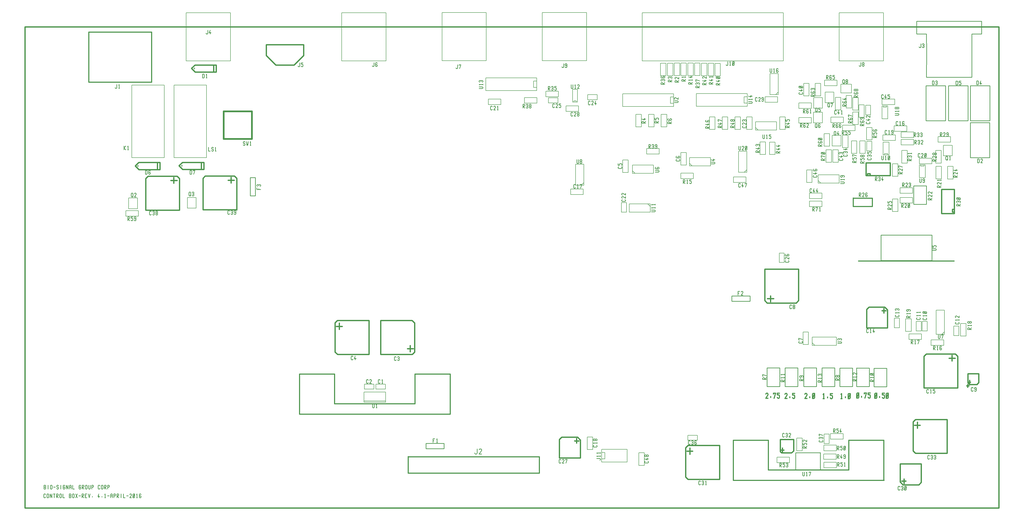
<source format=gbr>
* 
%FSLAX23Y23*%
%MOIN*%
%AD*%
%ADD10C, 0.002*%
%ADD11C, 0.005*%
%ADD12C, 0.008*%
%ADD13C, 0.010*%
%ADD14C, 0.015*%
%ADD15C, 0.020*%
%ADD16R, 0.025X0.060*%
%ADD17C, 0.025*%
%ADD18C, 0.025*%
%ADD19C, 0.029*%
%ADD70C, 0.030*%
%ADD71C, 0.030*%
%ADD20C, 0.035*%
%ADD21C, 0.039*%
%ADD22R, 0.039X0.055*%
%ADD23R, 0.040X0.048*%
%ADD24C, 0.040*%
%ADD25C, 0.040*%
%ADD26R, 0.042X0.055*%
%ADD27R, 0.042X0.055*%
%ADD28C, 0.045*%
%ADD29C, 0.048*%
%ADD72C, 0.050*%
%ADD73C, 0.050*%
%ADD30R, 0.051X0.079*%
%ADD31R, 0.051X0.079*%
%ADD32C, 0.055*%
%ADD33R, 0.055X0.055*%
%ADD34C, 0.055*%
%ADD35R, 0.055X0.055*%
%ADD36R, 0.055X0.042*%
%ADD37R, 0.055X0.039*%
%ADD38C, 0.059*%
%ADD39R, 0.060X0.025*%
%ADD40C, 0.060*%
%ADD41R, 0.060X0.060*%
%ADD42C, 0.060*%
%ADD43R, 0.062X0.062*%
%ADD44R, 0.062X0.062*%
%ADD45R, 0.062X0.062*%
%ADD46R, 0.063X0.118*%
%ADD47R, 0.063X0.118*%
%ADD48R, 0.063X0.118*%
%ADD49C, 0.065*%
%ADD50R, 0.065X0.065*%
%ADD52C, 0.075*%
%ADD53R, 0.078X0.110*%
%ADD54R, 0.078X0.110*%
%ADD55R, 0.079X0.079*%
%ADD56C, 0.080*%
%ADD57C, 0.085*%
%ADD58R, 0.085X0.100*%
%ADD59R, 0.085X0.110*%
%ADD60C, 0.086*%
%ADD61R, 0.086X0.027*%
%ADD62C, 0.090*%
%ADD63R, 0.090X0.085*%
%ADD64R, 0.090X0.085*%
%ADD65R, 0.090X0.085*%
%ADD66R, 0.094X0.031*%
%ADD67R, 0.095X0.160*%
%ADD68C, 0.100*%
%ADD69R, 0.130X0.235*%
%ADD74C, 0.150*%
%ADD75C, 0.208*%
%ADD76R, 0.235X0.130*%
%ADD77R, 0.235X0.130*%
%ADD78R, 0.264X0.264*%
%ADD79R, 0.264X0.264*%
%ADD80R, 0.264X0.264*%
%ADD81R, 0.395X0.125*%
%ADD82R, 0.395X0.125*%
G54D11*G1X04290Y09608D2*G1X04290Y09610D1*G1X04316Y09610D1*G1X04316Y09610D2*G1X04978Y09612D2*G1X04978Y09613D1*G1X05005Y09613D1*G1X05005Y09613D2*G1X04992Y09628D2*G1X04992Y09597D1*G1X04992Y09597D2*G1X05187Y11158D2*G1X05187Y11127D1*G1X05187Y11127D2*G1X05174Y11142D2*G1X05174Y11143D1*G1X05200Y11143D1*G1X05200Y11143D2*G1X04303Y09625D2*G1X04303Y09594D1*G1X04303Y09594D2*G54D12*G1X15108Y09865D2*G1X15108Y09668D1*G1X15194Y09668D1*G1X15194Y09865D1*G1X15108Y09865D1*G1X15108Y09865D2*G1X14359Y10772D2*G1X14319Y10732D1*G1X14319Y10732D2*G1X14359Y10732D2*G1X14359Y11062D1*G1X14229Y11062D1*G1X14229Y10732D1*G1X14359Y10732D1*G1X14359Y10732D2*G1X11347Y11263D2*G1X10651Y11263D1*G1X10651Y12020D1*G1X11347Y12020D1*G1X11347Y11263D1*G1X11347Y11263D2*G1X12168Y05103D2*G1X12168Y04906D1*G1X12254Y04906D1*G1X12254Y05103D1*G1X12168Y05103D1*G1X12168Y05103D2*G1X16012Y11262D2*G1X15316Y11262D1*G1X15316Y12019D1*G1X16012Y12019D1*G1X16012Y11262D1*G1X16012Y11262D2*G1X15271Y05223D2*G1X15074Y05223D1*G1X15074Y05136D1*G1X15271Y05136D1*G1X15271Y05223D1*G1X15271Y05223D2*G1X15078Y05397D2*G1X15078Y05247D1*G1X15157Y05247D1*G1X15157Y05397D1*G1X15078Y05397D1*G1X15078Y05397D2*G1X12937Y05300D2*G1X13087Y05300D1*G1X13087Y05379D1*G1X12937Y05379D1*G1X12937Y05300D1*G1X12937Y05300D2*G1X14374Y08242D2*G1X14374Y08093D1*G1X14452Y08093D1*G1X14452Y08242D1*G1X14374Y08242D1*G1X14374Y08242D2*G1X10899Y10681D2*G1X10749Y10681D1*G1X10749Y10602D1*G1X10899Y10602D1*G1X10899Y10681D1*G1X10899Y10681D2*G1X11366Y10651D2*G1X11516Y10651D1*G1X11516Y10730D1*G1X11366Y10730D1*G1X11366Y10651D1*G1X11366Y10651D2*G1X13863Y10382D2*G1X13863Y10185D1*G1X13950Y10185D1*G1X13950Y10382D1*G1X13863Y10382D1*G1X13863Y10382D2*G1X11974Y08884D2*G1X11974Y09034D1*G1X11896Y09034D1*G1X11896Y08884D1*G1X11974Y08884D1*G1X11974Y08884D2*G1X15731Y10563D2*G1X15731Y10414D1*G1X15809Y10414D1*G1X15809Y10563D1*G1X15731Y10563D1*G1X15731Y10563D2*G1X15710Y10375D2*G1X15710Y10572D1*G1X15624Y10572D1*G1X15624Y10375D1*G1X15710Y10375D1*G1X15710Y10375D2*G1X15529Y10684D2*G1X15529Y10487D1*G1X15616Y10487D1*G1X15616Y10684D1*G1X15529Y10684D1*G1X15529Y10684D2*G1X15529Y10458D2*G1X15529Y10261D1*G1X15616Y10261D1*G1X15616Y10458D1*G1X15529Y10458D1*G1X15529Y10458D2*G1X15425Y10717D2*G1X15425Y10520D1*G1X15512Y10520D1*G1X15512Y10717D1*G1X15425Y10717D1*G1X15425Y10717D2*G1X15026Y10710D2*G1X15026Y10907D1*G1X14939Y10907D1*G1X14939Y10710D1*G1X15026Y10710D1*G1X15026Y10710D2*G1X15095Y10606D2*G1X15233Y10606D1*G1X15233Y10771D1*G1X15095Y10771D1*G1X15095Y10606D1*G1X15095Y10606D2*G1X16009Y10554D2*G1X16009Y10534D1*G1X16060Y10534D1*G1X16060Y10554D1*G1X16009Y10554D1*G1X16009Y10554D2*G1X15989Y10554D2*G1X15989Y10352D1*G1X16080Y10352D1*G1X16080Y10554D1*G1X15989Y10554D1*G1X15989Y10554D2*G1X14913Y10288D2*G1X15051Y10288D1*G1X15051Y10453D1*G1X14913Y10453D1*G1X14913Y10288D1*G1X14913Y10288D2*G1X14878Y10371D2*G1X14681Y10371D1*G1X14681Y10284D1*G1X14878Y10284D1*G1X14878Y10371D1*G1X14878Y10371D2*G1X15382Y10377D2*G1X15185Y10377D1*G1X15185Y10291D1*G1X15382Y10291D1*G1X15382Y10377D1*G1X15382Y10377D2*G1X15342Y10491D2*G1X15342Y10688D1*G1X15255Y10688D1*G1X15255Y10491D1*G1X15342Y10491D1*G1X15342Y10491D2*G1X14914Y10519D2*G1X15052Y10519D1*G1X15052Y10684D1*G1X14914Y10684D1*G1X14914Y10519D1*G1X14914Y10519D2*G1X14878Y10601D2*G1X14681Y10601D1*G1X14681Y10515D1*G1X14878Y10515D1*G1X14878Y10601D1*G1X14878Y10601D2*G1X15282Y10957D2*G1X15085Y10957D1*G1X15085Y10870D1*G1X15282Y10870D1*G1X15282Y10957D1*G1X15282Y10957D2*G1X15343Y10895D2*G1X15343Y10757D1*G1X15508Y10757D1*G1X15508Y10895D1*G1X15343Y10895D1*G1X15343Y10895D2*G1X13865Y09552D2*G1X13825Y09512D1*G1X13825Y09512D2*G1X13865Y09512D2*G1X13865Y09842D1*G1X13735Y09842D1*G1X13735Y09512D1*G1X13865Y09512D1*G1X13865Y09512D2*G1X15026Y09341D2*G1X14986Y09381D1*G1X14986Y09381D2*G1X14986Y09341D2*G1X15316Y09341D1*G1X15316Y09471D1*G1X14986Y09471D1*G1X14986Y09341D1*G1X14986Y09341D2*G1X15206Y09926D2*G1X15344Y09926D1*G1X15344Y10092D1*G1X15206Y10092D1*G1X15206Y09926D1*G1X15206Y09926D2*G1X05078Y08949D2*G1X05216Y08949D1*G1X05216Y09114D1*G1X05078Y09114D1*G1X05078Y08949D1*G1X05078Y08949D2*G1X13238Y11027D2*G1X13238Y11224D1*G1X13152Y11224D1*G1X13152Y11027D1*G1X13238Y11027D1*G1X13238Y11027D2*G1X13345Y11027D2*G1X13345Y11223D1*G1X13259Y11223D1*G1X13259Y11027D1*G1X13345Y11027D1*G1X13345Y11027D2*G1X13450Y11025D2*G1X13450Y11222D1*G1X13364Y11222D1*G1X13364Y11025D1*G1X13450Y11025D1*G1X13450Y11025D2*G1X13873Y10697D2*G1X13823Y10697D1*G1X13823Y10597D1*G1X13873Y10597D1*G1X13873Y10697D1*G1X13873Y10697D2*G1X13873Y10747D2*G1X13073Y10747D1*G1X13073Y10547D1*G1X13873Y10547D1*G1X13873Y10747D1*G1X13873Y10747D2*G1X15071Y05000D2*G1X15268Y05000D1*G1X15268Y05086D1*G1X15071Y05086D1*G1X15071Y05000D1*G1X15071Y05000D2*G1X09773Y11263D2*G1X09077Y11263D1*G1X09077Y12020D1*G1X09773Y12020D1*G1X09773Y11263D1*G1X09773Y11263D2*G1X07859Y06103D2*G1X08008Y06103D1*G1X08008Y06181D1*G1X07859Y06181D1*G1X07859Y06103D1*G1X07859Y06103D2*G1X05380Y09740D2*G1X05380Y10882D1*G1X04868Y10882D1*G1X04868Y09740D1*G1X05380Y09740D1*G1X05380Y09740D2*G1X12489Y09885D2*G1X12292Y09885D1*G1X12292Y09798D1*G1X12489Y09798D1*G1X12489Y09885D1*G1X12489Y09885D2*G1X12110Y09495D2*G1X12070Y09535D1*G1X12070Y09535D2*G1X12070Y09495D2*G1X12400Y09495D1*G1X12400Y09625D1*G1X12070Y09625D1*G1X12070Y09495D1*G1X12070Y09495D2*G1X10564Y10945D2*G1X10514Y10945D1*G1X10514Y10845D1*G1X10564Y10845D1*G1X10564Y10945D1*G1X10564Y10945D2*G1X10564Y10995D2*G1X09764Y10995D1*G1X09764Y10795D1*G1X10564Y10795D1*G1X10564Y10995D1*G1X10564Y10995D2*G1X13679Y10382D2*G1X13679Y10185D1*G1X13766Y10185D1*G1X13766Y10382D1*G1X13679Y10382D1*G1X13679Y10382D2*G1X13480Y10382D2*G1X13480Y10185D1*G1X13566Y10185D1*G1X13566Y10382D1*G1X13480Y10382D1*G1X13480Y10382D2*G1X13279Y10382D2*G1X13279Y10185D1*G1X13366Y10185D1*G1X13366Y10382D1*G1X13279Y10382D1*G1X13279Y10382D2*G1X14468Y10186D2*G1X14468Y10382D1*G1X14381Y10382D1*G1X14381Y10186D1*G1X14468Y10186D1*G1X14468Y10186D2*G1X14310Y09790D2*G1X14310Y09986D1*G1X14223Y09986D1*G1X14223Y09790D1*G1X14310Y09790D1*G1X14310Y09790D2*G1X14159Y09791D2*G1X14159Y09988D1*G1X14073Y09988D1*G1X14073Y09791D1*G1X14159Y09791D1*G1X14159Y09791D2*G1X14041Y10174D2*G1X14001Y10214D1*G1X14001Y10214D2*G1X14001Y10174D2*G1X14331Y10174D1*G1X14331Y10304D1*G1X14001Y10304D1*G1X14001Y10174D1*G1X14001Y10174D2*G1X11584Y05009D2*G1X11634Y05009D1*G1X11634Y05109D1*G1X11584Y05109D1*G1X11584Y05009D1*G1X11584Y05009D2*G1X11584Y04959D2*G1X11984Y04959D1*G1X11984Y05159D1*G1X11584Y05159D1*G1X11584Y04959D1*G1X11584Y04959D2*G1X10371Y10599D2*G1X10568Y10599D1*G1X10568Y10685D1*G1X10371Y10685D1*G1X10371Y10599D1*G1X10371Y10599D2*G1X13130Y11030D2*G1X13130Y11227D1*G1X13044Y11227D1*G1X13044Y11030D1*G1X13130Y11030D1*G1X13130Y11030D2*G1X12596Y11029D2*G1X12596Y11226D1*G1X12509Y11226D1*G1X12509Y11029D1*G1X12596Y11029D1*G1X12596Y11029D2*G1X10708Y10697D2*G1X10905Y10697D1*G1X10905Y10784D1*G1X10708Y10784D1*G1X10708Y10697D1*G1X10708Y10697D2*G1X11186Y10613D2*G1X11186Y10633D1*G1X11147Y10633D1*G1X11147Y10613D1*G1X11186Y10613D1*G1X11186Y10613D2*G1X11206Y10613D2*G1X11206Y10814D1*G1X11127Y10814D1*G1X11127Y10613D1*G1X11206Y10613D1*G1X11206Y10613D2*G1X08188Y06181D2*G1X08039Y06181D1*G1X08039Y06103D1*G1X08188Y06103D1*G1X08188Y06181D1*G1X08188Y06181D2*G1X08193Y05918D2*G1X07853Y05918D1*G1X07853Y05918D2*G1X08193Y06058D2*G1X07853Y06058D1*G1X07853Y05898D1*G1X08193Y05898D1*G1X08193Y06058D1*G1X08193Y06058D2*G1X16182Y07218D2*G1X16182Y07068D1*G1X16261Y07068D1*G1X16261Y07218D1*G1X16182Y07218D1*G1X16182Y07218D2*G1X17308Y06938D2*G1X17308Y07134D1*G1X17222Y07134D1*G1X17222Y06938D1*G1X17308Y06938D1*G1X17308Y06938D2*G1X13025Y09498D2*G1X12828Y09498D1*G1X12828Y09411D1*G1X13025Y09411D1*G1X13025Y09498D1*G1X13025Y09498D2*G1X12938Y11227D2*G1X12938Y11030D1*G1X13025Y11030D1*G1X13025Y11227D1*G1X12938Y11227D1*G1X12938Y11227D2*G1X16360Y07209D2*G1X16360Y07012D1*G1X16447Y07012D1*G1X16447Y07209D1*G1X16360Y07209D1*G1X16360Y07209D2*G1X17116Y07093D2*G1X17116Y06943D1*G1X17194Y06943D1*G1X17194Y07093D1*G1X17116Y07093D1*G1X17116Y07093D2*G1X16605Y07018D2*G1X16605Y07168D1*G1X16526Y07168D1*G1X16526Y07018D1*G1X16605Y07018D1*G1X16605Y07018D2*G1X16699Y07018D2*G1X16699Y07168D1*G1X16620Y07168D1*G1X16620Y07018D1*G1X16699Y07018D1*G1X16699Y07018D2*G1X14933Y06792D2*G1X14893Y06832D1*G1X14893Y06832D2*G1X14893Y06792D2*G1X15273Y06792D1*G1X15273Y06922D1*G1X14893Y06922D1*G1X14893Y06792D1*G1X14893Y06792D2*G1X16412Y06885D2*G1X16609Y06885D1*G1X16609Y06971D1*G1X16412Y06971D1*G1X16412Y06885D1*G1X16412Y06885D2*G1X12520Y10421D2*G1X12520Y10224D1*G1X12607Y10224D1*G1X12607Y10421D1*G1X12520Y10421D1*G1X12520Y10421D2*G1X12322Y10420D2*G1X12322Y10223D1*G1X12408Y10223D1*G1X12408Y10420D1*G1X12322Y10420D1*G1X12322Y10420D2*G1X12121Y10420D2*G1X12121Y10223D1*G1X12208Y10223D1*G1X12208Y10420D1*G1X12121Y10420D1*G1X12121Y10420D2*G1X13006Y09612D2*G1X12966Y09652D1*G1X12966Y09652D2*G1X12714Y10696D2*G1X12664Y10696D1*G1X12664Y10596D1*G1X12714Y10596D1*G1X12714Y10696D1*G1X12714Y10696D2*G1X12714Y10746D2*G1X11914Y10746D1*G1X11914Y10546D1*G1X12714Y10546D1*G1X12714Y10746D1*G1X12714Y10746D2*G1X15827Y09848D2*G1X15827Y09998D1*G1X15749Y09998D1*G1X15749Y09848D1*G1X15827Y09848D1*G1X15827Y09848D2*G1X04154Y09107D2*G1X04294Y09107D1*G1X04294Y08939D1*G1X04154Y08939D1*G1X04154Y09107D1*G1X04154Y09107D2*G1X15165Y09922D2*G1X15165Y10119D1*G1X15079Y10119D1*G1X15079Y09922D1*G1X15165Y09922D1*G1X15165Y09922D2*G1X12966Y09612D2*G1X13296Y09612D1*G1X13296Y09742D1*G1X12966Y09742D1*G1X12966Y09612D1*G1X12966Y09612D2*G1X16760Y06792D2*G1X16957Y06792D1*G1X16957Y06878D1*G1X16760Y06878D1*G1X16760Y06792D1*G1X16760Y06792D2*G1X04716Y09740D2*G1X04716Y10882D1*G1X04205Y10882D1*G1X04205Y09740D1*G1X04716Y09740D1*G1X04716Y09740D2*G1X04308Y08908D2*G1X04111Y08908D1*G1X04111Y08821D1*G1X04308Y08821D1*G1X04308Y08908D1*G1X04308Y08908D2*G1X15725Y09807D2*G1X15725Y10004D1*G1X15638Y10004D1*G1X15638Y09807D1*G1X15725Y09807D1*G1X15725Y09807D2*G1X15507Y10004D2*G1X15507Y09807D1*G1X15593Y09807D1*G1X15593Y10004D1*G1X15507Y10004D1*G1X15507Y10004D2*G1X15831Y10020D2*G1X15831Y10216D1*G1X15745Y10216D1*G1X15745Y10020D1*G1X15831Y10020D1*G1X15831Y10020D2*G1X16077Y09783D2*G1X16077Y09803D1*G1X16026Y09803D1*G1X16026Y09783D1*G1X16077Y09783D1*G1X16077Y09783D2*G1X16097Y09783D2*G1X16097Y09985D1*G1X16006Y09985D1*G1X16006Y09783D1*G1X16097Y09783D1*G1X16097Y09783D2*G1X15369Y10164D2*G1X15566Y10164D1*G1X15566Y10251D1*G1X15369Y10251D1*G1X15369Y10164D1*G1X15369Y10164D2*G1X15369Y10095D2*G1X15369Y09898D1*G1X15455Y09898D1*G1X15455Y10095D1*G1X15369Y10095D1*G1X15369Y10095D2*G1X12620Y11226D2*G1X12620Y11029D1*G1X12706Y11029D1*G1X12706Y11226D1*G1X12620Y11226D1*G1X12620Y11226D2*G1X12724Y11227D2*G1X12724Y11030D1*G1X12811Y11030D1*G1X12811Y11227D1*G1X12724Y11227D1*G1X12724Y11227D2*G1X13656Y09351D2*G1X13853Y09351D1*G1X13853Y09438D1*G1X13656Y09438D1*G1X13656Y09351D1*G1X13656Y09351D2*G1X14804Y09549D2*G1X14804Y09352D1*G1X14890Y09352D1*G1X14890Y09549D1*G1X14804Y09549D1*G1X14804Y09549D2*G1X16187Y10662D2*G1X15990Y10662D1*G1X15990Y10575D1*G1X16187Y10575D1*G1X16187Y10662D1*G1X16187Y10662D2*G1X14757Y10907D2*G1X14757Y10710D1*G1X14843Y10710D1*G1X14843Y10907D1*G1X14757Y10907D1*G1X14757Y10907D2*G1X12830Y11227D2*G1X12830Y11030D1*G1X12916Y11030D1*G1X12916Y11227D1*G1X12830Y11227D1*G1X12830Y11227D2*G1X15377Y05403D2*G1X15180Y05403D1*G1X15180Y05317D1*G1X15377Y05317D1*G1X15377Y05403D1*G1X15377Y05403D2*G1X14338Y04947D2*G1X14535Y04947D1*G1X14535Y05034D1*G1X14338Y05034D1*G1X14338Y04947D1*G1X14338Y04947D2*G1X14650Y05333D2*G1X14650Y05136D1*G1X14736Y05136D1*G1X14736Y05333D1*G1X14650Y05333D1*G1X14650Y05333D2*G1X16968Y07006D2*G1X16928Y06966D1*G1X16928Y06966D2*G1X16968Y06966D2*G1X16968Y07346D1*G1X16838Y07346D1*G1X16838Y06966D1*G1X16968Y06966D1*G1X16968Y06966D2*G1X14151Y10612D2*G1X14348Y10612D1*G1X14348Y10699D1*G1X14151Y10699D1*G1X14151Y10612D1*G1X14151Y10612D2*G1X11025Y10467D2*G1X11222Y10467D1*G1X11222Y10554D1*G1X11025Y10554D1*G1X11025Y10467D1*G1X11025Y10467D2*G1X10003Y10660D2*G1X09806Y10660D1*G1X09806Y10573D1*G1X10003Y10573D1*G1X10003Y10660D1*G1X10003Y10660D2*G1X16773Y09731D2*G1X16576Y09731D1*G1X16576Y09644D1*G1X16773Y09644D1*G1X16773Y09731D1*G1X16773Y09731D2*G1X16002Y10012D2*G1X16199Y10012D1*G1X16199Y10098D1*G1X16002Y10098D1*G1X16002Y10012D1*G1X16002Y10012D2*G1X11357Y05350D2*G1X11357Y05153D1*G1X11444Y05153D1*G1X11444Y05350D1*G1X11357Y05350D1*G1X11357Y05350D2*G1X11097Y09161D2*G1X11294Y09161D1*G1X11294Y09247D1*G1X11097Y09247D1*G1X11097Y09161D1*G1X11097Y09161D2*G1X14747Y07001D2*G1X14747Y06804D1*G1X14833Y06804D1*G1X14833Y07001D1*G1X14747Y07001D1*G1X14747Y07001D2*G1X12828Y09821D2*G1X12828Y09624D1*G1X12914Y09624D1*G1X12914Y09821D1*G1X12828Y09821D1*G1X12828Y09821D2*G1X11914Y09704D2*G1X11914Y09507D1*G1X12001Y09507D1*G1X12001Y09704D1*G1X11914Y09704D1*G1X11914Y09704D2*G1X11305Y09348D2*G1X11265Y09308D1*G1X11265Y09308D2*G1X11305Y09308D2*G1X11305Y09638D1*G1X11175Y09638D1*G1X11175Y09308D1*G1X11305Y09308D1*G1X11305Y09308D2*G1X16377Y10242D2*G1X16180Y10242D1*G1X16180Y10155D1*G1X16377Y10155D1*G1X16377Y10242D1*G1X16377Y10242D2*G1X16487Y10143D2*G1X16290Y10143D1*G1X16290Y10057D1*G1X16487Y10057D1*G1X16487Y10143D1*G1X16487Y10143D2*G1X16486Y10029D2*G1X16290Y10029D1*G1X16290Y09942D1*G1X16486Y09942D1*G1X16486Y10029D1*G1X16486Y10029D2*G1X16297Y09853D2*G1X16297Y09656D1*G1X16384Y09656D1*G1X16384Y09853D1*G1X16297Y09853D1*G1X16297Y09853D2*G1X08197Y11262D2*G1X07501Y11262D1*G1X07501Y12019D1*G1X08197Y12019D1*G1X08197Y11262D1*G1X08197Y11262D2*G1X05756Y11262D2*G1X05060Y11262D1*G1X05060Y12019D1*G1X05756Y12019D1*G1X05756Y11262D1*G1X05756Y11262D2*G1X17065Y10070D2*G1X16868Y10070D1*G1X16868Y09983D1*G1X17065Y09983D1*G1X17065Y10070D1*G1X17065Y10070D2*G1X16833Y09853D2*G1X16833Y09656D1*G1X16920Y09656D1*G1X16920Y09853D1*G1X16833Y09853D1*G1X16833Y09853D2*G1X16953Y09771D2*G1X17091Y09771D1*G1X17091Y09936D1*G1X16953Y09936D1*G1X16953Y09771D1*G1X16953Y09771D2*G1X16240Y09447D2*G1X16240Y09644D1*G1X16153Y09644D1*G1X16153Y09447D1*G1X16240Y09447D1*G1X16240Y09447D2*G1X15075Y04867D2*G1X15272Y04867D1*G1X15272Y04953D1*G1X15075Y04953D1*G1X15075Y04867D1*G1X15075Y04867D2*G1X16239Y08895D2*G1X16239Y09092D1*G1X16153Y09092D1*G1X16153Y08895D1*G1X16239Y08895D1*G1X16239Y08895D2*G1X17104Y09406D2*G1X17104Y09603D1*G1X17017Y09603D1*G1X17017Y09406D1*G1X17104Y09406D1*G1X17104Y09406D2*G1X16596Y09628D2*G1X16596Y09608D1*G1X16647Y09608D1*G1X16647Y09628D1*G1X16596Y09628D1*G1X16596Y09628D2*G1X16576Y09628D2*G1X16576Y09427D1*G1X16667Y09427D1*G1X16667Y09628D1*G1X16576Y09628D1*G1X16576Y09628D2*G1X16469Y09269D2*G1X16272Y09269D1*G1X16272Y09182D1*G1X16469Y09182D1*G1X16469Y09269D1*G1X16469Y09269D2*G1X14440Y11262D2*G1X12222Y11262D1*G1X12222Y12019D1*G1X14440Y12019D1*G1X14440Y11262D1*G1X14440Y11262D2*G1X16921Y09407D2*G1X16921Y09604D1*G1X16834Y09604D1*G1X16834Y09407D1*G1X16921Y09407D1*G1X16921Y09407D2*G1X15301Y09668D2*G1X15301Y09865D1*G1X15214Y09865D1*G1X15214Y09668D1*G1X15301Y09668D1*G1X15301Y09668D2*G1X15044Y09058D2*G1X14848Y09058D1*G1X14848Y08971D1*G1X15044Y08971D1*G1X15044Y09058D1*G1X15044Y09058D2*G1X15044Y09183D2*G1X14847Y09183D1*G1X14847Y09097D1*G1X15044Y09097D1*G1X15044Y09183D1*G1X15044Y09183D2*G1X12350Y09016D2*G1X12020Y09016D1*G1X12020Y08886D1*G1X12350Y08886D1*G1X12350Y09016D1*G1X12350Y09016D2*G1X12310Y09016D2*G1X12350Y08976D1*G1X12350Y08976D2*G1X16272Y09028D2*G1X16469Y09028D1*G1X16469Y09114D1*G1X16272Y09114D1*G1X16272Y09028D1*G1X16272Y09028D2*G54D13*G1X15525Y06436D2*G1X15325Y06436D1*G1X15325Y06436D1*G1X15325Y06145D1*G1X15525Y06145D1*G1X15525Y06436D1*G1X15525Y06436D2*G1X14959Y06437D2*G1X14759Y06437D1*G1X14759Y06438D1*G1X14759Y06146D1*G1X14959Y06146D1*G1X14959Y06437D1*G1X14959Y06437D2*G1X16062Y06432D2*G1X15862Y06432D1*G1X15862Y06432D1*G1X15862Y06141D1*G1X16062Y06141D1*G1X16062Y06432D1*G1X16062Y06432D2*G1X14666Y06438D2*G1X14466Y06438D1*G1X14466Y06438D1*G1X14466Y06146D1*G1X14666Y06146D1*G1X14666Y06438D1*G1X14666Y06438D2*G1X15788Y06436D2*G1X15588Y06436D1*G1X15588Y06437D1*G1X15588Y06145D1*G1X15788Y06145D1*G1X15788Y06436D1*G1X15788Y06436D2*G1X15246Y06438D2*G1X15047Y06438D1*G1X15046Y06438D1*G1X15046Y06146D1*G1X15246Y06146D1*G1X15246Y06438D1*G1X15246Y06438D2*G1X15790Y09766D2*G1X15790Y09779D1*G1X15800Y09786D1*G1X15810Y09786D1*G1X15820Y09779D1*G1X15820Y09766D1*G1X15810Y09759D1*G1X15810Y09759D2*G1X15770Y09759D2*G1X15760Y09766D1*G1X15760Y09779D1*G1X15770Y09786D1*G1X15780Y09786D1*G1X15790Y09779D1*G1X15790Y09779D2*G1X16771Y08525D2*G1X15971Y08525D1*G1X15971Y08125D1*G1X16771Y08125D1*G1X16771Y08525D1*G1X16771Y08525D2*G1X17679Y09740D2*G1X17679Y10289D1*G1X17679Y10290D1*G1X17375Y10290D1*G1X17374Y10291D1*G1X17374Y09741D1*G1X17679Y09741D1*G1X17679Y09741D2*G1X16985Y10320D2*G1X16985Y10870D1*G1X16985Y10870D1*G1X16681Y10870D1*G1X16680Y10871D1*G1X16680Y10321D1*G1X16985Y10321D1*G1X16985Y10321D2*G1X17681Y10321D2*G1X17681Y10871D1*G1X17680Y10871D1*G1X17376Y10871D1*G1X17375Y10872D1*G1X17375Y10322D1*G1X17680Y10322D1*G1X17680Y10322D2*G1X17031Y10872D2*G1X17031Y10323D1*G1X17032Y10322D1*G1X17336Y10322D1*G1X17337Y10321D1*G1X17337Y10871D1*G1X17032Y10871D1*G1X17032Y10871D2*G1X15770Y09736D2*G1X15760Y09729D1*G1X15760Y09716D1*G1X15770Y09709D1*G1X15810Y09709D1*G1X15820Y09716D1*G1X15820Y09729D1*G1X15810Y09736D1*G1X15810Y09736D2*G1X15678Y09762D2*G1X15678Y09775D1*G1X15678Y09775D2*G1X15648Y09762D2*G1X15648Y09775D1*G1X15658Y09782D1*G1X15668Y09782D1*G1X15678Y09775D1*G1X15688Y09782D1*G1X15698Y09782D1*G1X15708Y09775D1*G1X15708Y09762D1*G1X15698Y09755D1*G1X15688Y09755D1*G1X15678Y09762D1*G1X15668Y09755D1*G1X15658Y09755D1*G1X15648Y09762D1*G1X15648Y09762D2*G1X16684Y09298D2*G1X16485Y09298D1*G1X16484Y09299D1*G1X16484Y09007D1*G1X16684Y09007D1*G1X16684Y09298D1*G1X16684Y09298D2*G1X15648Y09732D2*G1X15648Y09705D1*G1X15668Y09705D1*G1X15668Y09725D1*G1X15678Y09732D1*G1X15698Y09732D1*G1X15708Y09725D1*G1X15708Y09712D1*G1X15698Y09705D1*G1X15698Y09705D2*G1X15708Y09655D2*G1X15648Y09655D1*G1X15648Y09675D1*G1X15658Y09682D1*G1X15668Y09682D1*G1X15678Y09675D1*G1X15678Y09655D1*G1X15708Y09682D1*G1X15708Y09682D2*G1X15536Y09765D2*G1X15526Y09765D1*G1X15526Y09792D1*G1X15586Y09772D1*G1X15586Y09772D2*G1X15526Y09742D2*G1X15526Y09715D1*G1X15546Y09715D1*G1X15546Y09735D1*G1X15556Y09742D1*G1X15576Y09742D1*G1X15586Y09735D1*G1X15586Y09722D1*G1X15576Y09715D1*G1X15576Y09715D2*G1X15586Y09665D2*G1X15526Y09665D1*G1X15526Y09685D1*G1X15536Y09692D1*G1X15546Y09692D1*G1X15556Y09685D1*G1X15556Y09665D1*G1X15586Y09692D1*G1X15586Y09692D2*G1X14914Y09560D2*G1X14904Y09553D1*G1X14904Y09540D1*G1X14914Y09533D1*G1X14954Y09533D1*G1X14964Y09540D1*G1X14964Y09553D1*G1X14954Y09560D1*G1X14944Y09560D1*G1X14934Y09553D1*G1X14934Y09540D1*G1X14944Y09533D1*G1X14944Y09533D2*G1X14934Y09496D2*G1X14964Y09496D1*G1X14964Y09496D2*G1X14904Y09496D2*G1X14944Y09483D1*G1X14944Y09510D1*G1X14944Y09510D2*G1X14914Y09460D2*G1X14904Y09453D1*G1X14904Y09440D1*G1X14914Y09433D1*G1X14954Y09433D1*G1X14964Y09440D1*G1X14964Y09453D1*G1X14954Y09460D1*G1X14954Y09460D2*G1X08824Y05251D2*G1X08824Y05169D1*G1X09110Y05169D1*G1X09110Y05251D1*G1X08824Y05251D1*G1X08824Y05251D2*G1X13914Y07485D2*G1X13914Y07567D1*G1X13628Y07567D1*G1X13628Y07485D1*G1X13914Y07485D1*G1X13914Y07485D2*G1X06146Y09427D2*G1X06064Y09427D1*G1X06064Y09141D1*G1X06146Y09141D1*G1X06146Y09427D1*G1X06146Y09427D2*G1X15032Y09826D2*G1X15092Y09799D1*G1X15092Y09799D2*G1X15032Y09806D2*G1X15032Y09819D1*G1X15042Y09826D1*G1X15082Y09826D1*G1X15092Y09819D1*G1X15092Y09806D1*G1X15082Y09799D1*G1X15042Y09799D1*G1X15032Y09806D1*G1X15032Y09806D2*G1X15042Y09749D2*G1X15032Y09749D1*G1X15032Y09776D1*G1X15092Y09756D1*G1X15092Y09756D2*G1X15092Y09699D2*G1X15032Y09699D1*G1X15032Y09719D1*G1X15042Y09726D1*G1X15052Y09726D1*G1X15062Y09719D1*G1X15062Y09699D1*G1X15092Y09726D1*G1X15092Y09726D2*G1X14986Y10048D2*G1X15046Y10021D1*G1X15046Y10021D2*G1X14986Y10028D2*G1X14986Y10041D1*G1X14996Y10048D1*G1X15036Y10048D1*G1X15046Y10041D1*G1X15046Y10028D1*G1X15036Y10021D1*G1X14996Y10021D1*G1X14986Y10028D1*G1X14986Y10028D2*G1X14996Y09998D2*G1X14986Y09991D1*G1X14986Y09978D1*G1X14996Y09971D1*G1X15036Y09971D1*G1X15046Y09978D1*G1X15046Y09991D1*G1X15036Y09998D1*G1X15026Y09998D1*G1X15016Y09991D1*G1X15016Y09978D1*G1X15026Y09971D1*G1X15026Y09971D2*G1X15046Y09921D2*G1X14986Y09921D1*G1X14986Y09941D1*G1X14996Y09948D1*G1X15006Y09948D1*G1X15016Y09941D1*G1X15016Y09921D1*G1X15046Y09948D1*G1X15046Y09948D2*G1X15019Y10520D2*G1X14992Y10520D1*G1X14992Y10500D1*G1X15012Y10500D1*G1X15019Y10490D1*G1X15019Y10470D1*G1X15012Y10460D1*G1X14999Y10460D1*G1X14992Y10470D1*G1X14992Y10470D2*G1X14962Y10470D2*G1X14969Y10460D1*G1X14969Y10460D2*G1X14949Y10520D2*G1X14962Y10520D1*G1X14969Y10510D1*G1X14969Y10470D1*G1X14962Y10460D1*G1X14949Y10460D1*G1X14942Y10470D1*G1X14942Y10510D1*G1X14949Y10520D1*G1X14949Y10520D2*G1X15341Y10266D2*G1X15334Y10276D1*G1X15321Y10276D1*G1X15314Y10266D1*G1X15314Y10226D1*G1X15321Y10216D1*G1X15334Y10216D1*G1X15341Y10226D1*G1X15341Y10236D1*G1X15334Y10246D1*G1X15321Y10246D1*G1X15314Y10236D1*G1X15314Y10236D2*G1X15291Y10266D2*G1X15284Y10276D1*G1X15271Y10276D1*G1X15264Y10266D1*G1X15264Y10226D1*G1X15271Y10216D1*G1X15284Y10216D1*G1X15291Y10226D1*G1X15291Y10236D1*G1X15284Y10246D1*G1X15271Y10246D1*G1X15264Y10236D1*G1X15264Y10236D2*G1X15214Y10216D2*G1X15214Y10276D1*G1X15234Y10276D1*G1X15241Y10266D1*G1X15241Y10256D1*G1X15234Y10246D1*G1X15214Y10246D1*G1X15241Y10216D1*G1X15241Y10216D2*G1X15015Y10266D2*G1X15008Y10276D1*G1X14995Y10276D1*G1X14988Y10266D1*G1X14988Y10226D1*G1X14995Y10216D1*G1X15008Y10216D1*G1X15015Y10226D1*G1X15015Y10236D1*G1X15008Y10246D1*G1X14995Y10246D1*G1X14988Y10236D1*G1X14988Y10236D2*G1X14958Y10226D2*G1X14965Y10216D1*G1X14965Y10216D2*G1X14945Y10276D2*G1X14958Y10276D1*G1X14965Y10266D1*G1X14965Y10226D1*G1X14958Y10216D1*G1X14945Y10216D1*G1X14938Y10226D1*G1X14938Y10266D1*G1X14945Y10276D1*G1X14945Y10276D2*G1X14859Y10440D2*G1X14872Y10440D1*G1X14872Y10440D2*G1X14859Y10490D2*G1X14866Y10500D1*G1X14866Y10440D1*G1X14866Y10440D2*G1X14829Y10490D2*G1X14822Y10500D1*G1X14809Y10500D1*G1X14802Y10490D1*G1X14802Y10450D1*G1X14809Y10440D1*G1X14822Y10440D1*G1X14829Y10450D1*G1X14829Y10460D1*G1X14822Y10470D1*G1X14809Y10470D1*G1X14802Y10460D1*G1X14802Y10460D2*G1X14752Y10440D2*G1X14752Y10500D1*G1X14772Y10500D1*G1X14779Y10490D1*G1X14779Y10480D1*G1X14772Y10470D1*G1X14752Y10470D1*G1X14779Y10440D1*G1X14779Y10440D2*G1X14806Y10268D2*G1X14813Y10278D1*G1X14826Y10278D1*G1X14833Y10268D1*G1X14833Y10258D1*G1X14806Y10218D1*G1X14833Y10218D1*G1X14833Y10218D2*G1X14783Y10268D2*G1X14776Y10278D1*G1X14763Y10278D1*G1X14756Y10268D1*G1X14756Y10228D1*G1X14763Y10218D1*G1X14776Y10218D1*G1X14783Y10228D1*G1X14783Y10238D1*G1X14776Y10248D1*G1X14763Y10248D1*G1X14756Y10238D1*G1X14756Y10238D2*G1X14706Y10218D2*G1X14706Y10278D1*G1X14726Y10278D1*G1X14733Y10268D1*G1X14733Y10258D1*G1X14726Y10248D1*G1X14706Y10248D1*G1X14733Y10218D1*G1X14733Y10218D2*G1X14034Y09932D2*G1X14034Y09945D1*G1X14044Y09952D1*G1X14054Y09952D1*G1X14064Y09945D1*G1X14064Y09932D1*G1X14054Y09925D1*G1X14054Y09925D2*G1X14014Y09925D2*G1X14004Y09932D1*G1X14004Y09945D1*G1X14014Y09952D1*G1X14024Y09952D1*G1X14034Y09945D1*G1X14034Y09945D2*G1X14034Y09888D2*G1X14064Y09888D1*G1X14064Y09888D2*G1X14004Y09888D2*G1X14044Y09875D1*G1X14044Y09902D1*G1X14044Y09902D2*G1X05397Y11746D2*G1X05397Y11696D1*G1X05390Y11686D1*G1X05377Y11686D1*G1X05370Y11696D1*G1X05370Y11696D2*G1X05434Y11746D2*G1X05420Y11706D1*G1X05447Y11706D1*G1X05447Y11706D2*G1X05434Y11716D2*G1X05434Y11686D1*G1X05434Y11686D2*G1X03969Y10890D2*G1X03969Y10840D1*G1X03962Y10830D1*G1X03949Y10830D1*G1X03942Y10840D1*G1X03942Y10840D2*G1X03999Y10880D2*G1X04006Y10890D1*G1X04006Y10830D1*G1X04006Y10830D2*G1X03999Y10830D2*G1X04012Y10830D1*G1X04012Y10830D2*G1X04083Y09926D2*G1X04083Y09866D1*G1X04083Y09866D2*G1X04110Y09866D2*G1X04083Y09896D1*G1X04110Y09926D1*G1X04110Y09926D2*G1X04140Y09916D2*G1X04146Y09926D1*G1X04146Y09866D1*G1X04146Y09866D2*G1X04140Y09866D2*G1X04153Y09866D1*G1X04153Y09866D2*G1X04418Y09540D2*G1X04438Y09540D1*G1X04445Y09530D1*G1X04445Y09490D1*G1X04438Y09480D1*G1X04418Y09480D1*G1X04418Y09540D1*G1X04418Y09540D2*G1X04495Y09530D2*G1X04488Y09540D1*G1X04475Y09540D1*G1X04468Y09530D1*G1X04468Y09490D1*G1X04475Y09480D1*G1X04488Y09480D1*G1X04495Y09490D1*G1X04495Y09500D1*G1X04488Y09510D1*G1X04475Y09510D1*G1X04468Y09500D1*G1X04468Y09500D2*G1X05118Y09540D2*G1X05138Y09540D1*G1X05145Y09530D1*G1X05145Y09490D1*G1X05138Y09480D1*G1X05118Y09480D1*G1X05118Y09540D1*G1X05118Y09540D2*G1X05168Y09530D2*G1X05168Y09540D1*G1X05195Y09540D1*G1X05175Y09480D1*G1X05175Y09480D2*G1X05407Y09903D2*G1X05407Y09843D1*G1X05434Y09843D1*G1X05434Y09843D2*G1X05457Y09853D2*G1X05464Y09843D1*G1X05477Y09843D1*G1X05484Y09853D1*G1X05484Y09863D1*G1X05477Y09873D1*G1X05464Y09873D1*G1X05457Y09883D1*G1X05457Y09893D1*G1X05464Y09903D1*G1X05477Y09903D1*G1X05484Y09893D1*G1X05484Y09893D2*G1X05514Y09893D2*G1X05520Y09903D1*G1X05520Y09843D1*G1X05520Y09843D2*G1X05514Y09843D2*G1X05527Y09843D1*G1X05527Y09843D2*G1X05955Y09946D2*G1X05962Y09936D1*G1X05975Y09936D1*G1X05982Y09946D1*G1X05982Y09956D1*G1X05975Y09966D1*G1X05962Y09966D1*G1X05955Y09976D1*G1X05955Y09986D1*G1X05962Y09996D1*G1X05975Y09996D1*G1X05982Y09986D1*G1X05982Y09986D2*G1X06005Y09996D2*G1X06012Y09936D1*G1X06018Y09956D1*G1X06025Y09936D1*G1X06032Y09996D1*G1X06032Y09996D2*G1X06062Y09986D2*G1X06068Y09996D1*G1X06068Y09936D1*G1X06068Y09936D2*G1X06062Y09936D2*G1X06075Y09936D1*G1X06075Y09936D2*G1X06841Y11230D2*G1X06841Y11180D1*G1X06834Y11170D1*G1X06821Y11170D1*G1X06814Y11180D1*G1X06814Y11180D2*G1X06891Y11230D2*G1X06864Y11230D1*G1X06864Y11210D1*G1X06884Y11210D1*G1X06891Y11200D1*G1X06891Y11180D1*G1X06884Y11170D1*G1X06871Y11170D1*G1X06864Y11180D1*G1X06864Y11180D2*G1X08009Y11234D2*G1X08009Y11184D1*G1X08002Y11174D1*G1X07989Y11174D1*G1X07982Y11184D1*G1X07982Y11184D2*G1X08059Y11224D2*G1X08052Y11234D1*G1X08039Y11234D1*G1X08032Y11224D1*G1X08032Y11184D1*G1X08039Y11174D1*G1X08052Y11174D1*G1X08059Y11184D1*G1X08059Y11194D1*G1X08052Y11204D1*G1X08039Y11204D1*G1X08032Y11194D1*G1X08032Y11194D2*G1X09323Y11202D2*G1X09323Y11152D1*G1X09316Y11142D1*G1X09303Y11142D1*G1X09296Y11152D1*G1X09296Y11152D2*G1X09346Y11192D2*G1X09346Y11202D1*G1X09373Y11202D1*G1X09353Y11142D1*G1X09353Y11142D2*G1X09659Y10827D2*G1X09709Y10827D1*G1X09719Y10834D1*G1X09719Y10847D1*G1X09709Y10854D1*G1X09659Y10854D1*G1X09659Y10854D2*G1X09669Y10884D2*G1X09659Y10890D1*G1X09719Y10890D1*G1X09719Y10890D2*G1X09719Y10884D2*G1X09719Y10897D1*G1X09719Y10897D2*G1X09669Y10927D2*G1X09659Y10934D1*G1X09659Y10947D1*G1X09669Y10954D1*G1X09679Y10954D1*G1X09689Y10947D1*G1X09689Y10947D2*G1X09689Y10934D2*G1X09689Y10947D1*G1X09699Y10954D1*G1X09709Y10954D1*G1X09719Y10947D1*G1X09719Y10934D1*G1X09709Y10927D1*G1X09709Y10927D2*G1X09865Y10542D2*G1X09858Y10552D1*G1X09845Y10552D1*G1X09838Y10542D1*G1X09838Y10502D1*G1X09845Y10492D1*G1X09858Y10492D1*G1X09865Y10502D1*G1X09865Y10502D2*G1X09888Y10542D2*G1X09895Y10552D1*G1X09908Y10552D1*G1X09915Y10542D1*G1X09915Y10532D1*G1X09888Y10492D1*G1X09915Y10492D1*G1X09915Y10492D2*G1X09945Y10542D2*G1X09951Y10552D1*G1X09951Y10492D1*G1X09951Y10492D2*G1X09945Y10492D2*G1X09958Y10492D1*G1X09958Y10492D2*G1X10348Y10520D2*G1X10348Y10580D1*G1X10368Y10580D1*G1X10375Y10570D1*G1X10375Y10560D1*G1X10368Y10550D1*G1X10348Y10550D1*G1X10375Y10520D1*G1X10375Y10520D2*G1X10398Y10570D2*G1X10405Y10580D1*G1X10418Y10580D1*G1X10425Y10570D1*G1X10425Y10560D1*G1X10418Y10550D1*G1X10418Y10550D2*G1X10405Y10550D2*G1X10418Y10550D1*G1X10425Y10540D1*G1X10425Y10530D1*G1X10418Y10520D1*G1X10405Y10520D1*G1X10398Y10530D1*G1X10398Y10530D2*G1X10455Y10580D2*G1X10468Y10580D1*G1X10475Y10570D1*G1X10475Y10560D1*G1X10468Y10550D1*G1X10475Y10540D1*G1X10475Y10530D1*G1X10468Y10520D1*G1X10455Y10520D1*G1X10448Y10530D1*G1X10448Y10540D1*G1X10455Y10550D1*G1X10448Y10560D1*G1X10448Y10570D1*G1X10455Y10580D1*G1X10455Y10580D2*G1X10455Y10550D2*G1X10468Y10550D1*G1X10468Y10550D2*G1X10746Y10802D2*G1X10746Y10862D1*G1X10766Y10862D1*G1X10773Y10852D1*G1X10773Y10842D1*G1X10766Y10832D1*G1X10746Y10832D1*G1X10773Y10802D1*G1X10773Y10802D2*G1X10796Y10852D2*G1X10803Y10862D1*G1X10816Y10862D1*G1X10823Y10852D1*G1X10823Y10842D1*G1X10816Y10832D1*G1X10816Y10832D2*G1X10803Y10832D2*G1X10816Y10832D1*G1X10823Y10822D1*G1X10823Y10812D1*G1X10816Y10802D1*G1X10803Y10802D1*G1X10796Y10812D1*G1X10796Y10812D2*G1X10873Y10862D2*G1X10846Y10862D1*G1X10846Y10842D1*G1X10866Y10842D1*G1X10873Y10832D1*G1X10873Y10812D1*G1X10866Y10802D1*G1X10853Y10802D1*G1X10846Y10812D1*G1X10846Y10812D2*G1X10841Y10578D2*G1X10834Y10588D1*G1X10821Y10588D1*G1X10814Y10578D1*G1X10814Y10538D1*G1X10821Y10528D1*G1X10834Y10528D1*G1X10841Y10538D1*G1X10841Y10538D2*G1X10864Y10578D2*G1X10871Y10588D1*G1X10884Y10588D1*G1X10891Y10578D1*G1X10891Y10568D1*G1X10864Y10528D1*G1X10891Y10528D1*G1X10891Y10528D2*G1X10941Y10588D2*G1X10914Y10588D1*G1X10914Y10568D1*G1X10934Y10568D1*G1X10941Y10558D1*G1X10941Y10538D1*G1X10934Y10528D1*G1X10921Y10528D1*G1X10914Y10538D1*G1X10914Y10538D2*G1X11106Y10888D2*G1X11106Y10838D1*G1X11113Y10828D1*G1X11126Y10828D1*G1X11133Y10838D1*G1X11133Y10888D1*G1X11133Y10888D2*G1X11163Y10878D2*G1X11169Y10888D1*G1X11169Y10828D1*G1X11169Y10828D2*G1X11163Y10828D2*G1X11176Y10828D1*G1X11176Y10828D2*G1X11206Y10878D2*G1X11213Y10888D1*G1X11226Y10888D1*G1X11233Y10878D1*G1X11233Y10868D1*G1X11206Y10828D1*G1X11233Y10828D1*G1X11233Y10828D2*G1X10987Y11218D2*G1X10987Y11168D1*G1X10980Y11158D1*G1X10967Y11158D1*G1X10960Y11168D1*G1X10960Y11168D2*G1X11037Y11198D2*G1X11030Y11188D1*G1X11017Y11188D1*G1X11010Y11198D1*G1X11010Y11208D1*G1X11017Y11218D1*G1X11030Y11218D1*G1X11037Y11208D1*G1X11037Y11168D1*G1X11030Y11158D1*G1X11017Y11158D1*G1X11010Y11168D1*G1X11010Y11168D2*G1X13565Y11250D2*G1X13565Y11200D1*G1X13558Y11190D1*G1X13545Y11190D1*G1X13538Y11200D1*G1X13538Y11200D2*G1X13595Y11240D2*G1X13601Y11250D1*G1X13601Y11190D1*G1X13601Y11190D2*G1X13595Y11190D2*G1X13608Y11190D1*G1X13608Y11190D2*G1X13645Y11250D2*G1X13658Y11250D1*G1X13665Y11240D1*G1X13665Y11200D1*G1X13658Y11190D1*G1X13645Y11190D1*G1X13638Y11200D1*G1X13638Y11240D1*G1X13645Y11250D1*G1X13645Y11250D2*G1X13665Y11250D2*G1X13638Y11190D1*G1X13638Y11190D2*G1X11129Y10446D2*G1X11122Y10456D1*G1X11109Y10456D1*G1X11102Y10446D1*G1X11102Y10406D1*G1X11109Y10396D1*G1X11122Y10396D1*G1X11129Y10406D1*G1X11129Y10406D2*G1X11152Y10446D2*G1X11159Y10456D1*G1X11172Y10456D1*G1X11179Y10446D1*G1X11179Y10436D1*G1X11152Y10396D1*G1X11179Y10396D1*G1X11179Y10396D2*G1X11209Y10456D2*G1X11222Y10456D1*G1X11229Y10446D1*G1X11229Y10436D1*G1X11222Y10426D1*G1X11229Y10416D1*G1X11229Y10406D1*G1X11222Y10396D1*G1X11209Y10396D1*G1X11202Y10406D1*G1X11202Y10416D1*G1X11209Y10426D1*G1X11202Y10436D1*G1X11202Y10446D1*G1X11209Y10456D1*G1X11209Y10456D2*G1X11209Y10426D2*G1X11222Y10426D1*G1X11222Y10426D2*G1X11403Y10620D2*G1X11396Y10630D1*G1X11383Y10630D1*G1X11376Y10620D1*G1X11376Y10580D1*G1X11383Y10570D1*G1X11396Y10570D1*G1X11403Y10580D1*G1X11403Y10580D2*G1X11426Y10620D2*G1X11433Y10630D1*G1X11446Y10630D1*G1X11453Y10620D1*G1X11453Y10610D1*G1X11426Y10570D1*G1X11453Y10570D1*G1X11453Y10570D2*G1X11489Y10630D2*G1X11476Y10590D1*G1X11503Y10590D1*G1X11503Y10590D2*G1X11489Y10600D2*G1X11489Y10570D1*G1X11489Y10570D2*G1X12574Y10895D2*G1X12514Y10895D1*G1X12514Y10915D1*G1X12524Y10921D1*G1X12534Y10921D1*G1X12544Y10915D1*G1X12544Y10895D1*G1X12574Y10921D1*G1X12574Y10921D2*G1X12524Y10945D2*G1X12514Y10951D1*G1X12514Y10965D1*G1X12524Y10971D1*G1X12534Y10971D1*G1X12544Y10965D1*G1X12544Y10965D2*G1X12544Y10951D2*G1X12544Y10965D1*G1X12554Y10971D1*G1X12564Y10971D1*G1X12574Y10965D1*G1X12574Y10951D1*G1X12564Y10945D1*G1X12564Y10945D2*G1X12524Y11021D2*G1X12514Y11015D1*G1X12514Y11001D1*G1X12524Y10995D1*G1X12564Y10995D1*G1X12574Y11001D1*G1X12574Y11015D1*G1X12564Y11021D1*G1X12554Y11021D1*G1X12544Y11015D1*G1X12544Y11001D1*G1X12554Y10995D1*G1X12554Y10995D2*G1X12687Y10935D2*G1X12627Y10935D1*G1X12627Y10955D1*G1X12637Y10961D1*G1X12647Y10961D1*G1X12657Y10955D1*G1X12657Y10935D1*G1X12687Y10961D1*G1X12687Y10961D2*G1X12637Y10985D2*G1X12627Y10991D1*G1X12627Y11005D1*G1X12637Y11011D1*G1X12647Y11011D1*G1X12657Y11005D1*G1X12657Y11005D2*G1X12657Y10991D2*G1X12657Y11005D1*G1X12667Y11011D1*G1X12677Y11011D1*G1X12687Y11005D1*G1X12687Y10991D1*G1X12677Y10985D1*G1X12677Y10985D2*G1X12796Y10927D2*G1X12736Y10927D1*G1X12736Y10947D1*G1X12746Y10954D1*G1X12756Y10954D1*G1X12766Y10947D1*G1X12766Y10927D1*G1X12796Y10954D1*G1X12796Y10954D2*G1X12746Y10977D2*G1X12736Y10984D1*G1X12736Y10997D1*G1X12746Y11004D1*G1X12756Y11004D1*G1X12796Y10977D1*G1X12796Y11004D1*G1X12796Y11004D2*G1X12901Y10945D2*G1X12841Y10945D1*G1X12841Y10965D1*G1X12851Y10972D1*G1X12861Y10972D1*G1X12871Y10965D1*G1X12871Y10945D1*G1X12901Y10972D1*G1X12901Y10972D2*G1X12851Y11002D2*G1X12841Y11008D1*G1X12901Y11008D1*G1X12901Y11008D2*G1X12901Y11002D2*G1X12901Y11015D1*G1X12901Y11015D2*G1X13009Y10899D2*G1X12949Y10899D1*G1X12949Y10919D1*G1X12959Y10925D1*G1X12969Y10925D1*G1X12979Y10919D1*G1X12979Y10899D1*G1X13009Y10925D1*G1X13009Y10925D2*G1X12959Y10955D2*G1X12949Y10962D1*G1X13009Y10962D1*G1X13009Y10962D2*G1X13009Y10955D2*G1X13009Y10969D1*G1X13009Y10969D2*G1X12949Y11012D2*G1X12989Y10999D1*G1X12989Y11025D1*G1X12989Y11025D2*G1X12979Y11012D2*G1X13009Y11012D1*G1X13009Y11012D2*G1X13123Y10841D2*G1X13063Y10841D1*G1X13063Y10861D1*G1X13073Y10867D1*G1X13083Y10867D1*G1X13093Y10861D1*G1X13093Y10841D1*G1X13123Y10867D1*G1X13123Y10867D2*G1X13073Y10891D2*G1X13063Y10897D1*G1X13063Y10911D1*G1X13073Y10917D1*G1X13083Y10917D1*G1X13093Y10911D1*G1X13093Y10911D2*G1X13093Y10897D2*G1X13093Y10911D1*G1X13103Y10917D1*G1X13113Y10917D1*G1X13123Y10911D1*G1X13123Y10897D1*G1X13113Y10891D1*G1X13113Y10891D2*G1X13073Y10941D2*G1X13063Y10941D1*G1X13063Y10967D1*G1X13123Y10947D1*G1X13123Y10947D2*G1X13228Y10889D2*G1X13168Y10889D1*G1X13168Y10909D1*G1X13178Y10915D1*G1X13188Y10915D1*G1X13198Y10909D1*G1X13198Y10889D1*G1X13228Y10915D1*G1X13228Y10915D2*G1X13168Y10952D2*G1X13208Y10939D1*G1X13208Y10965D1*G1X13208Y10965D2*G1X13198Y10952D2*G1X13228Y10952D1*G1X13228Y10952D2*G1X13178Y10989D2*G1X13168Y10995D1*G1X13168Y11009D1*G1X13178Y11015D1*G1X13188Y11015D1*G1X13228Y10989D1*G1X13228Y11015D1*G1X13228Y11015D2*G1X13331Y10897D2*G1X13271Y10897D1*G1X13271Y10917D1*G1X13281Y10923D1*G1X13291Y10923D1*G1X13301Y10917D1*G1X13301Y10897D1*G1X13331Y10923D1*G1X13331Y10923D2*G1X13271Y10960D2*G1X13311Y10947D1*G1X13311Y10973D1*G1X13311Y10973D2*G1X13301Y10960D2*G1X13331Y10960D1*G1X13331Y10960D2*G1X13281Y11003D2*G1X13271Y11010D1*G1X13331Y11010D1*G1X13331Y11010D2*G1X13331Y11003D2*G1X13331Y11017D1*G1X13331Y11017D2*G1X13443Y10885D2*G1X13383Y10885D1*G1X13383Y10905D1*G1X13393Y10911D1*G1X13403Y10911D1*G1X13413Y10905D1*G1X13413Y10885D1*G1X13443Y10911D1*G1X13443Y10911D2*G1X13383Y10948D2*G1X13423Y10935D1*G1X13423Y10961D1*G1X13423Y10961D2*G1X13413Y10948D2*G1X13443Y10948D1*G1X13443Y10948D2*G1X13383Y10991D2*G1X13383Y11005D1*G1X13393Y11011D1*G1X13433Y11011D1*G1X13443Y11005D1*G1X13443Y10991D1*G1X13433Y10985D1*G1X13393Y10985D1*G1X13383Y10991D1*G1X13383Y10991D2*G1X13383Y11011D2*G1X13443Y10985D1*G1X13443Y10985D2*G1X12726Y10607D2*G1X12776Y10607D1*G1X12786Y10614D1*G1X12786Y10627D1*G1X12776Y10634D1*G1X12726Y10634D1*G1X12726Y10634D2*G1X12736Y10657D2*G1X12726Y10664D1*G1X12726Y10677D1*G1X12736Y10684D1*G1X12746Y10684D1*G1X12786Y10657D1*G1X12786Y10684D1*G1X12786Y10684D2*G1X13887Y10595D2*G1X13937Y10595D1*G1X13947Y10601D1*G1X13947Y10615D1*G1X13937Y10621D1*G1X13887Y10621D1*G1X13887Y10621D2*G1X13897Y10651D2*G1X13887Y10658D1*G1X13947Y10658D1*G1X13947Y10658D2*G1X13947Y10651D2*G1X13947Y10665D1*G1X13947Y10665D2*G1X13887Y10708D2*G1X13927Y10695D1*G1X13927Y10721D1*G1X13927Y10721D2*G1X13917Y10708D2*G1X13947Y10708D1*G1X13947Y10708D2*G1X14116Y10102D2*G1X14116Y10052D1*G1X14123Y10042D1*G1X14136Y10042D1*G1X14143Y10052D1*G1X14143Y10102D1*G1X14143Y10102D2*G1X14173Y10092D2*G1X14179Y10102D1*G1X14179Y10042D1*G1X14179Y10042D2*G1X14173Y10042D2*G1X14186Y10042D1*G1X14186Y10042D2*G1X14243Y10102D2*G1X14216Y10102D1*G1X14216Y10082D1*G1X14236Y10082D1*G1X14243Y10072D1*G1X14243Y10052D1*G1X14236Y10042D1*G1X14223Y10042D1*G1X14216Y10052D1*G1X14216Y10052D2*G1X13738Y09922D2*G1X13738Y09872D1*G1X13745Y09862D1*G1X13758Y09862D1*G1X13765Y09872D1*G1X13765Y09922D1*G1X13765Y09922D2*G1X13788Y09912D2*G1X13795Y09922D1*G1X13808Y09922D1*G1X13815Y09912D1*G1X13815Y09902D1*G1X13788Y09862D1*G1X13815Y09862D1*G1X13815Y09862D2*G1X13845Y09922D2*G1X13858Y09922D1*G1X13865Y09912D1*G1X13865Y09872D1*G1X13858Y09862D1*G1X13845Y09862D1*G1X13838Y09872D1*G1X13838Y09912D1*G1X13845Y09922D1*G1X13845Y09922D2*G1X13865Y09922D2*G1X13838Y09862D1*G1X13838Y09862D2*G1X15335Y09335D2*G1X15385Y09335D1*G1X15395Y09342D1*G1X15395Y09355D1*G1X15385Y09362D1*G1X15335Y09362D1*G1X15335Y09362D2*G1X15345Y09392D2*G1X15335Y09398D1*G1X15395Y09398D1*G1X15395Y09398D2*G1X15395Y09392D2*G1X15395Y09405D1*G1X15395Y09405D2*G1X15355Y09462D2*G1X15365Y09455D1*G1X15365Y09442D1*G1X15355Y09435D1*G1X15345Y09435D1*G1X15335Y09442D1*G1X15335Y09455D1*G1X15345Y09462D1*G1X15385Y09462D1*G1X15395Y09455D1*G1X15395Y09442D1*G1X15385Y09435D1*G1X15385Y09435D2*G1X16578Y09410D2*G1X16578Y09360D1*G1X16585Y09350D1*G1X16598Y09350D1*G1X16605Y09360D1*G1X16605Y09410D1*G1X16605Y09410D2*G1X16655Y09390D2*G1X16648Y09380D1*G1X16635Y09380D1*G1X16628Y09390D1*G1X16628Y09400D1*G1X16635Y09410D1*G1X16648Y09410D1*G1X16655Y09400D1*G1X16655Y09360D1*G1X16648Y09350D1*G1X16635Y09350D1*G1X16628Y09360D1*G1X16628Y09360D2*G1X13302Y09645D2*G1X13352Y09645D1*G1X13362Y09652D1*G1X13362Y09665D1*G1X13352Y09672D1*G1X13302Y09672D1*G1X13302Y09672D2*G1X13302Y09708D2*G1X13342Y09695D1*G1X13342Y09722D1*G1X13342Y09722D2*G1X13332Y09708D2*G1X13362Y09708D1*G1X13362Y09708D2*G1X12424Y09515D2*G1X12474Y09515D1*G1X12484Y09521D1*G1X12484Y09535D1*G1X12474Y09541D1*G1X12424Y09541D1*G1X12424Y09541D2*G1X12434Y09591D2*G1X12424Y09585D1*G1X12424Y09571D1*G1X12434Y09565D1*G1X12474Y09565D1*G1X12484Y09571D1*G1X12484Y09585D1*G1X12474Y09591D1*G1X12464Y09591D1*G1X12454Y09585D1*G1X12454Y09571D1*G1X12464Y09565D1*G1X12464Y09565D2*G1X12365Y08891D2*G1X12415Y08891D1*G1X12425Y08898D1*G1X12425Y08911D1*G1X12415Y08918D1*G1X12365Y08918D1*G1X12365Y08918D2*G1X12375Y08948D2*G1X12365Y08954D1*G1X12425Y08954D1*G1X12425Y08954D2*G1X12425Y08948D2*G1X12425Y08961D1*G1X12425Y08961D2*G1X12375Y08998D2*G1X12365Y09004D1*G1X12425Y09004D1*G1X12425Y09004D2*G1X12425Y08998D2*G1X12425Y09011D1*G1X12425Y09011D2*G1X14228Y11140D2*G1X14228Y11090D1*G1X14235Y11080D1*G1X14248Y11080D1*G1X14255Y11090D1*G1X14255Y11140D1*G1X14255Y11140D2*G1X14285Y11130D2*G1X14292Y11140D1*G1X14292Y11080D1*G1X14292Y11080D2*G1X14285Y11080D2*G1X14298Y11080D1*G1X14298Y11080D2*G1X14355Y11130D2*G1X14348Y11140D1*G1X14335Y11140D1*G1X14328Y11130D1*G1X14328Y11090D1*G1X14335Y11080D1*G1X14348Y11080D1*G1X14355Y11090D1*G1X14355Y11100D1*G1X14348Y11110D1*G1X14335Y11110D1*G1X14328Y11100D1*G1X14328Y11100D2*G1X14691Y10764D2*G1X14681Y10757D1*G1X14681Y10744D1*G1X14691Y10737D1*G1X14731Y10737D1*G1X14741Y10744D1*G1X14741Y10757D1*G1X14731Y10764D1*G1X14731Y10764D2*G1X14681Y10800D2*G1X14721Y10787D1*G1X14721Y10814D1*G1X14721Y10814D2*G1X14711Y10800D2*G1X14741Y10800D1*G1X14741Y10800D2*G1X14681Y10844D2*G1X14681Y10857D1*G1X14691Y10864D1*G1X14731Y10864D1*G1X14741Y10857D1*G1X14741Y10844D1*G1X14731Y10837D1*G1X14691Y10837D1*G1X14681Y10844D1*G1X14681Y10844D2*G1X14681Y10864D2*G1X14741Y10837D1*G1X14741Y10837D2*G1X14931Y10703D2*G1X14871Y10703D1*G1X14871Y10723D1*G1X14881Y10730D1*G1X14891Y10730D1*G1X14901Y10723D1*G1X14901Y10703D1*G1X14931Y10730D1*G1X14931Y10730D2*G1X14881Y10780D2*G1X14871Y10773D1*G1X14871Y10760D1*G1X14881Y10753D1*G1X14921Y10753D1*G1X14931Y10760D1*G1X14931Y10773D1*G1X14921Y10780D1*G1X14911Y10780D1*G1X14901Y10773D1*G1X14901Y10760D1*G1X14911Y10753D1*G1X14911Y10753D2*G1X14881Y10803D2*G1X14871Y10810D1*G1X14871Y10823D1*G1X14881Y10830D1*G1X14891Y10830D1*G1X14901Y10823D1*G1X14901Y10823D2*G1X14901Y10810D2*G1X14901Y10823D1*G1X14911Y10830D1*G1X14921Y10830D1*G1X14931Y10823D1*G1X14931Y10810D1*G1X14921Y10803D1*G1X14921Y10803D2*G1X15116Y10974D2*G1X15116Y11034D1*G1X15136Y11034D1*G1X15143Y11024D1*G1X15143Y11014D1*G1X15136Y11004D1*G1X15116Y11004D1*G1X15143Y10974D1*G1X15143Y10974D2*G1X15193Y11024D2*G1X15186Y11034D1*G1X15173Y11034D1*G1X15166Y11024D1*G1X15166Y10984D1*G1X15173Y10974D1*G1X15186Y10974D1*G1X15193Y10984D1*G1X15193Y10994D1*G1X15186Y11004D1*G1X15173Y11004D1*G1X15166Y10994D1*G1X15166Y10994D2*G1X15243Y11034D2*G1X15216Y11034D1*G1X15216Y11014D1*G1X15236Y11014D1*G1X15243Y11004D1*G1X15243Y10984D1*G1X15236Y10974D1*G1X15223Y10974D1*G1X15216Y10984D1*G1X15216Y10984D2*G1X15377Y10968D2*G1X15390Y10968D1*G1X15397Y10958D1*G1X15397Y10918D1*G1X15390Y10908D1*G1X15377Y10908D1*G1X15370Y10918D1*G1X15370Y10958D1*G1X15377Y10968D1*G1X15377Y10968D2*G1X15390Y10918D2*G1X15397Y10908D1*G1X15397Y10908D2*G1X15427Y10968D2*G1X15440Y10968D1*G1X15447Y10958D1*G1X15447Y10948D1*G1X15440Y10938D1*G1X15447Y10928D1*G1X15447Y10918D1*G1X15440Y10908D1*G1X15427Y10908D1*G1X15420Y10918D1*G1X15420Y10928D1*G1X15427Y10938D1*G1X15420Y10948D1*G1X15420Y10958D1*G1X15427Y10968D1*G1X15427Y10968D2*G1X15427Y10938D2*G1X15440Y10938D1*G1X15440Y10938D2*G1X15141Y10598D2*G1X15154Y10598D1*G1X15161Y10588D1*G1X15161Y10548D1*G1X15154Y10538D1*G1X15141Y10538D1*G1X15134Y10548D1*G1X15134Y10588D1*G1X15141Y10598D1*G1X15141Y10598D2*G1X15154Y10548D2*G1X15161Y10538D1*G1X15161Y10538D2*G1X15184Y10588D2*G1X15184Y10598D1*G1X15211Y10598D1*G1X15191Y10538D1*G1X15191Y10538D2*G1X15269Y10476D2*G1X15262Y10486D1*G1X15249Y10486D1*G1X15242Y10476D1*G1X15242Y10436D1*G1X15249Y10426D1*G1X15262Y10426D1*G1X15269Y10436D1*G1X15269Y10436D2*G1X15305Y10486D2*G1X15292Y10446D1*G1X15319Y10446D1*G1X15319Y10446D2*G1X15305Y10456D2*G1X15305Y10426D1*G1X15305Y10426D2*G1X15349Y10476D2*G1X15355Y10486D1*G1X15355Y10426D1*G1X15355Y10426D2*G1X15349Y10426D2*G1X15362Y10426D1*G1X15362Y10426D2*G1X15428Y10551D2*G1X15368Y10551D1*G1X15368Y10571D1*G1X15378Y10577D1*G1X15388Y10577D1*G1X15398Y10571D1*G1X15398Y10551D1*G1X15428Y10577D1*G1X15428Y10577D2*G1X15378Y10627D2*G1X15368Y10621D1*G1X15368Y10607D1*G1X15378Y10601D1*G1X15418Y10601D1*G1X15428Y10607D1*G1X15428Y10621D1*G1X15418Y10627D1*G1X15408Y10627D1*G1X15398Y10621D1*G1X15398Y10607D1*G1X15408Y10601D1*G1X15408Y10601D2*G1X15368Y10664D2*G1X15408Y10651D1*G1X15408Y10677D1*G1X15408Y10677D2*G1X15398Y10664D2*G1X15428Y10664D1*G1X15428Y10664D2*G1X15610Y10691D2*G1X15550Y10691D1*G1X15550Y10711D1*G1X15560Y10718D1*G1X15570Y10718D1*G1X15580Y10711D1*G1X15580Y10691D1*G1X15610Y10718D1*G1X15610Y10718D2*G1X15560Y10768D2*G1X15550Y10761D1*G1X15550Y10748D1*G1X15560Y10741D1*G1X15600Y10741D1*G1X15610Y10748D1*G1X15610Y10761D1*G1X15600Y10768D1*G1X15590Y10768D1*G1X15580Y10761D1*G1X15580Y10748D1*G1X15590Y10741D1*G1X15590Y10741D2*G1X15550Y10798D2*G1X15550Y10811D1*G1X15560Y10818D1*G1X15570Y10818D1*G1X15580Y10811D1*G1X15590Y10818D1*G1X15600Y10818D1*G1X15610Y10811D1*G1X15610Y10798D1*G1X15600Y10791D1*G1X15590Y10791D1*G1X15580Y10798D1*G1X15570Y10791D1*G1X15560Y10791D1*G1X15550Y10798D1*G1X15550Y10798D2*G1X15580Y10798D2*G1X15580Y10811D1*G1X15580Y10811D2*G1X16007Y10722D2*G1X16000Y10732D1*G1X15987Y10732D1*G1X15980Y10722D1*G1X15980Y10682D1*G1X15987Y10672D1*G1X16000Y10672D1*G1X16007Y10682D1*G1X16007Y10682D2*G1X16044Y10732D2*G1X16030Y10692D1*G1X16057Y10692D1*G1X16057Y10692D2*G1X16044Y10702D2*G1X16044Y10672D1*G1X16044Y10672D2*G1X16107Y10732D2*G1X16080Y10732D1*G1X16080Y10712D1*G1X16100Y10712D1*G1X16107Y10702D1*G1X16107Y10682D1*G1X16100Y10672D1*G1X16087Y10672D1*G1X16080Y10682D1*G1X16080Y10682D2*G1X16192Y10407D2*G1X16242Y10407D1*G1X16252Y10413D1*G1X16252Y10427D1*G1X16242Y10433D1*G1X16192Y10433D1*G1X16192Y10433D2*G1X16202Y10463D2*G1X16192Y10470D1*G1X16252Y10470D1*G1X16252Y10470D2*G1X16252Y10463D2*G1X16252Y10477D1*G1X16252Y10477D2*G1X16192Y10513D2*G1X16192Y10527D1*G1X16202Y10533D1*G1X16212Y10533D1*G1X16222Y10527D1*G1X16232Y10533D1*G1X16242Y10533D1*G1X16252Y10527D1*G1X16252Y10513D1*G1X16242Y10507D1*G1X16232Y10507D1*G1X16222Y10513D1*G1X16212Y10507D1*G1X16202Y10507D1*G1X16192Y10513D1*G1X16192Y10513D2*G1X16222Y10513D2*G1X16222Y10527D1*G1X16222Y10527D2*G1X15362Y10106D2*G1X15362Y10166D1*G1X15382Y10166D1*G1X15389Y10156D1*G1X15389Y10146D1*G1X15382Y10136D1*G1X15362Y10136D1*G1X15389Y10106D1*G1X15389Y10106D2*G1X15439Y10166D2*G1X15412Y10166D1*G1X15412Y10146D1*G1X15432Y10146D1*G1X15439Y10136D1*G1X15439Y10116D1*G1X15432Y10106D1*G1X15419Y10106D1*G1X15412Y10116D1*G1X15412Y10116D2*G1X15489Y10166D2*G1X15462Y10166D1*G1X15462Y10146D1*G1X15482Y10146D1*G1X15489Y10136D1*G1X15489Y10116D1*G1X15482Y10106D1*G1X15469Y10106D1*G1X15462Y10116D1*G1X15462Y10116D2*G1X15243Y10156D2*G1X15256Y10156D1*G1X15263Y10146D1*G1X15263Y10106D1*G1X15256Y10096D1*G1X15243Y10096D1*G1X15236Y10106D1*G1X15236Y10146D1*G1X15243Y10156D1*G1X15243Y10156D2*G1X15256Y10106D2*G1X15263Y10096D1*G1X15263Y10096D2*G1X15299Y10156D2*G1X15286Y10116D1*G1X15313Y10116D1*G1X15313Y10116D2*G1X15299Y10126D2*G1X15299Y10096D1*G1X15299Y10096D2*G1X15392Y09789D2*G1X15382Y09783D1*G1X15382Y09769D1*G1X15392Y09763D1*G1X15432Y09763D1*G1X15442Y09769D1*G1X15442Y09783D1*G1X15432Y09789D1*G1X15432Y09789D2*G1X15392Y09813D2*G1X15382Y09819D1*G1X15382Y09833D1*G1X15392Y09839D1*G1X15402Y09839D1*G1X15412Y09833D1*G1X15412Y09833D2*G1X15412Y09819D2*G1X15412Y09833D1*G1X15422Y09839D1*G1X15432Y09839D1*G1X15442Y09833D1*G1X15442Y09819D1*G1X15432Y09813D1*G1X15432Y09813D2*G1X15382Y09876D2*G1X15422Y09863D1*G1X15422Y09889D1*G1X15422Y09889D2*G1X15412Y09876D2*G1X15442Y09876D1*G1X15442Y09876D2*G1X15904Y10059D2*G1X15844Y10059D1*G1X15844Y10079D1*G1X15854Y10086D1*G1X15864Y10086D1*G1X15874Y10079D1*G1X15874Y10059D1*G1X15904Y10086D1*G1X15904Y10086D2*G1X15844Y10136D2*G1X15844Y10109D1*G1X15864Y10109D1*G1X15864Y10129D1*G1X15874Y10136D1*G1X15894Y10136D1*G1X15904Y10129D1*G1X15904Y10116D1*G1X15894Y10109D1*G1X15894Y10109D2*G1X15854Y10186D2*G1X15844Y10179D1*G1X15844Y10166D1*G1X15854Y10159D1*G1X15894Y10159D1*G1X15904Y10166D1*G1X15904Y10179D1*G1X15894Y10186D1*G1X15884Y10186D1*G1X15874Y10179D1*G1X15874Y10166D1*G1X15884Y10159D1*G1X15884Y10159D2*G1X16063Y10162D2*G1X16056Y10172D1*G1X16043Y10172D1*G1X16036Y10162D1*G1X16036Y10122D1*G1X16043Y10112D1*G1X16056Y10112D1*G1X16063Y10122D1*G1X16063Y10122D2*G1X16093Y10162D2*G1X16099Y10172D1*G1X16099Y10112D1*G1X16099Y10112D2*G1X16093Y10112D2*G1X16106Y10112D1*G1X16106Y10112D2*G1X16163Y10152D2*G1X16156Y10142D1*G1X16143Y10142D1*G1X16136Y10152D1*G1X16136Y10162D1*G1X16143Y10172D1*G1X16156Y10172D1*G1X16163Y10162D1*G1X16163Y10122D1*G1X16156Y10112D1*G1X16143Y10112D1*G1X16136Y10122D1*G1X16136Y10122D2*G1X15982Y09768D2*G1X15982Y09718D1*G1X15989Y09708D1*G1X16002Y09708D1*G1X16009Y09718D1*G1X16009Y09768D1*G1X16009Y09768D2*G1X16039Y09758D2*G1X16045Y09768D1*G1X16045Y09708D1*G1X16045Y09708D2*G1X16039Y09708D2*G1X16052Y09708D1*G1X16052Y09708D2*G1X16089Y09768D2*G1X16102Y09768D1*G1X16109Y09758D1*G1X16109Y09718D1*G1X16102Y09708D1*G1X16089Y09708D1*G1X16082Y09718D1*G1X16082Y09758D1*G1X16089Y09768D1*G1X16089Y09768D2*G1X16109Y09768D2*G1X16082Y09708D1*G1X16082Y09708D2*G1X16235Y10300D2*G1X16228Y10310D1*G1X16215Y10310D1*G1X16208Y10300D1*G1X16208Y10260D1*G1X16215Y10250D1*G1X16228Y10250D1*G1X16235Y10260D1*G1X16235Y10260D2*G1X16265Y10300D2*G1X16272Y10310D1*G1X16272Y10250D1*G1X16272Y10250D2*G1X16265Y10250D2*G1X16278Y10250D1*G1X16278Y10250D2*G1X16335Y10300D2*G1X16328Y10310D1*G1X16315Y10310D1*G1X16308Y10300D1*G1X16308Y10260D1*G1X16315Y10250D1*G1X16328Y10250D1*G1X16335Y10260D1*G1X16335Y10270D1*G1X16328Y10280D1*G1X16315Y10280D1*G1X16308Y10270D1*G1X16308Y10270D2*G1X16492Y10070D2*G1X16492Y10130D1*G1X16512Y10130D1*G1X16519Y10120D1*G1X16519Y10110D1*G1X16512Y10100D1*G1X16492Y10100D1*G1X16519Y10070D1*G1X16519Y10070D2*G1X16542Y10120D2*G1X16549Y10130D1*G1X16562Y10130D1*G1X16569Y10120D1*G1X16569Y10110D1*G1X16562Y10100D1*G1X16562Y10100D2*G1X16549Y10100D2*G1X16562Y10100D1*G1X16569Y10090D1*G1X16569Y10080D1*G1X16562Y10070D1*G1X16549Y10070D1*G1X16542Y10080D1*G1X16542Y10080D2*G1X16592Y10120D2*G1X16599Y10130D1*G1X16612Y10130D1*G1X16619Y10120D1*G1X16619Y10110D1*G1X16612Y10100D1*G1X16612Y10100D2*G1X16599Y10100D2*G1X16612Y10100D1*G1X16619Y10090D1*G1X16619Y10080D1*G1X16612Y10070D1*G1X16599Y10070D1*G1X16592Y10080D1*G1X16592Y10080D2*G1X16502Y09956D2*G1X16502Y10016D1*G1X16522Y10016D1*G1X16529Y10006D1*G1X16529Y09996D1*G1X16522Y09986D1*G1X16502Y09986D1*G1X16529Y09956D1*G1X16529Y09956D2*G1X16552Y10006D2*G1X16559Y10016D1*G1X16572Y10016D1*G1X16579Y10006D1*G1X16579Y09996D1*G1X16572Y09986D1*G1X16572Y09986D2*G1X16559Y09986D2*G1X16572Y09986D1*G1X16579Y09976D1*G1X16579Y09966D1*G1X16572Y09956D1*G1X16559Y09956D1*G1X16552Y09966D1*G1X16552Y09966D2*G1X16602Y10006D2*G1X16609Y10016D1*G1X16622Y10016D1*G1X16629Y10006D1*G1X16629Y09996D1*G1X16602Y09956D1*G1X16629Y09956D1*G1X16629Y09956D2*G1X16452Y09695D2*G1X16392Y09695D1*G1X16392Y09715D1*G1X16402Y09721D1*G1X16412Y09721D1*G1X16422Y09715D1*G1X16422Y09695D1*G1X16452Y09721D1*G1X16452Y09721D2*G1X16402Y09745D2*G1X16392Y09751D1*G1X16392Y09765D1*G1X16402Y09771D1*G1X16412Y09771D1*G1X16422Y09765D1*G1X16422Y09765D2*G1X16422Y09751D2*G1X16422Y09765D1*G1X16432Y09771D1*G1X16442Y09771D1*G1X16452Y09765D1*G1X16452Y09751D1*G1X16442Y09745D1*G1X16442Y09745D2*G1X16402Y09801D2*G1X16392Y09808D1*G1X16452Y09808D1*G1X16452Y09808D2*G1X16452Y09801D2*G1X16452Y09815D1*G1X16452Y09815D2*G1X16310Y09487D2*G1X16250Y09487D1*G1X16250Y09507D1*G1X16260Y09513D1*G1X16270Y09513D1*G1X16280Y09507D1*G1X16280Y09487D1*G1X16310Y09513D1*G1X16310Y09513D2*G1X16260Y09537D2*G1X16250Y09543D1*G1X16250Y09557D1*G1X16260Y09563D1*G1X16270Y09563D1*G1X16310Y09537D1*G1X16310Y09563D1*G1X16310Y09563D2*G1X16260Y09587D2*G1X16250Y09587D1*G1X16250Y09613D1*G1X16310Y09593D1*G1X16310Y09593D2*G1X15883Y09378D2*G1X15883Y09438D1*G1X15903Y09438D1*G1X15909Y09428D1*G1X15909Y09418D1*G1X15903Y09408D1*G1X15883Y09408D1*G1X15909Y09378D1*G1X15909Y09378D2*G1X15933Y09428D2*G1X15939Y09438D1*G1X15953Y09438D1*G1X15959Y09428D1*G1X15959Y09418D1*G1X15953Y09408D1*G1X15953Y09408D2*G1X15939Y09408D2*G1X15953Y09408D1*G1X15959Y09398D1*G1X15959Y09388D1*G1X15953Y09378D1*G1X15939Y09378D1*G1X15933Y09388D1*G1X15933Y09388D2*G1X15996Y09438D2*G1X15983Y09398D1*G1X16009Y09398D1*G1X16009Y09398D2*G1X15996Y09408D2*G1X15996Y09378D1*G1X15996Y09378D2*G1X14883Y09246D2*G1X14876Y09256D1*G1X14863Y09256D1*G1X14856Y09246D1*G1X14856Y09206D1*G1X14863Y09196D1*G1X14876Y09196D1*G1X14883Y09206D1*G1X14883Y09206D2*G1X14920Y09256D2*G1X14906Y09216D1*G1X14933Y09216D1*G1X14933Y09216D2*G1X14920Y09226D2*G1X14920Y09196D1*G1X14920Y09196D2*G1X14970Y09256D2*G1X14956Y09216D1*G1X14983Y09216D1*G1X14983Y09216D2*G1X14970Y09226D2*G1X14970Y09196D1*G1X14970Y09196D2*G1X14898Y08900D2*G1X14898Y08960D1*G1X14918Y08960D1*G1X14925Y08950D1*G1X14925Y08940D1*G1X14918Y08930D1*G1X14898Y08930D1*G1X14925Y08900D1*G1X14925Y08900D2*G1X14948Y08950D2*G1X14948Y08960D1*G1X14975Y08960D1*G1X14955Y08900D1*G1X14955Y08900D2*G1X15005Y08950D2*G1X15012Y08960D1*G1X15012Y08900D1*G1X15012Y08900D2*G1X15005Y08900D2*G1X15018Y08900D1*G1X15018Y08900D2*G1X13763Y09328D2*G1X13756Y09338D1*G1X13743Y09338D1*G1X13736Y09328D1*G1X13736Y09288D1*G1X13743Y09278D1*G1X13756Y09278D1*G1X13763Y09288D1*G1X13763Y09288D2*G1X13800Y09338D2*G1X13786Y09298D1*G1X13813Y09298D1*G1X13813Y09298D2*G1X13800Y09308D2*G1X13800Y09278D1*G1X13800Y09278D2*G1X13836Y09328D2*G1X13836Y09338D1*G1X13863Y09338D1*G1X13843Y09278D1*G1X13843Y09278D2*G1X12866Y09336D2*G1X12866Y09396D1*G1X12886Y09396D1*G1X12893Y09386D1*G1X12893Y09376D1*G1X12886Y09366D1*G1X12866Y09366D1*G1X12893Y09336D1*G1X12893Y09336D2*G1X12923Y09386D2*G1X12930Y09396D1*G1X12930Y09336D1*G1X12930Y09336D2*G1X12923Y09336D2*G1X12936Y09336D1*G1X12936Y09336D2*G1X12993Y09396D2*G1X12966Y09396D1*G1X12966Y09376D1*G1X12986Y09376D1*G1X12993Y09366D1*G1X12993Y09346D1*G1X12986Y09336D1*G1X12973Y09336D1*G1X12966Y09346D1*G1X12966Y09346D2*G1X12762Y09713D2*G1X12752Y09707D1*G1X12752Y09693D1*G1X12762Y09687D1*G1X12802Y09687D1*G1X12812Y09693D1*G1X12812Y09707D1*G1X12802Y09713D1*G1X12802Y09713D2*G1X12762Y09763D2*G1X12752Y09757D1*G1X12752Y09743D1*G1X12762Y09737D1*G1X12802Y09737D1*G1X12812Y09743D1*G1X12812Y09757D1*G1X12802Y09763D1*G1X12792Y09763D1*G1X12782Y09757D1*G1X12782Y09743D1*G1X12792Y09737D1*G1X12792Y09737D2*G1X12326Y09888D2*G1X12326Y09948D1*G1X12346Y09948D1*G1X12353Y09938D1*G1X12353Y09928D1*G1X12346Y09918D1*G1X12326Y09918D1*G1X12353Y09888D1*G1X12353Y09888D2*G1X12376Y09938D2*G1X12383Y09948D1*G1X12396Y09948D1*G1X12403Y09938D1*G1X12403Y09928D1*G1X12396Y09918D1*G1X12396Y09918D2*G1X12383Y09918D2*G1X12396Y09918D1*G1X12403Y09908D1*G1X12403Y09898D1*G1X12396Y09888D1*G1X12383Y09888D1*G1X12376Y09898D1*G1X12376Y09898D2*G1X12453Y09928D2*G1X12446Y09918D1*G1X12433Y09918D1*G1X12426Y09928D1*G1X12426Y09938D1*G1X12433Y09948D1*G1X12446Y09948D1*G1X12453Y09938D1*G1X12453Y09898D1*G1X12446Y09888D1*G1X12433Y09888D1*G1X12426Y09898D1*G1X12426Y09898D2*G1X11851Y09597D2*G1X11841Y09591D1*G1X11841Y09577D1*G1X11851Y09571D1*G1X11891Y09571D1*G1X11901Y09577D1*G1X11901Y09591D1*G1X11891Y09597D1*G1X11891Y09597D2*G1X11841Y09647D2*G1X11841Y09621D1*G1X11861Y09621D1*G1X11861Y09641D1*G1X11871Y09647D1*G1X11891Y09647D1*G1X11901Y09641D1*G1X11901Y09627D1*G1X11891Y09621D1*G1X11891Y09621D2*G1X11196Y09712D2*G1X11196Y09662D1*G1X11203Y09652D1*G1X11216Y09652D1*G1X11223Y09662D1*G1X11223Y09712D1*G1X11223Y09712D2*G1X11253Y09712D2*G1X11266Y09712D1*G1X11273Y09702D1*G1X11273Y09692D1*G1X11266Y09682D1*G1X11273Y09672D1*G1X11273Y09662D1*G1X11266Y09652D1*G1X11253Y09652D1*G1X11246Y09662D1*G1X11246Y09672D1*G1X11253Y09682D1*G1X11246Y09692D1*G1X11246Y09702D1*G1X11253Y09712D1*G1X11253Y09712D2*G1X11253Y09682D2*G1X11266Y09682D1*G1X11266Y09682D2*G1X11173Y09312D2*G1X11166Y09322D1*G1X11153Y09322D1*G1X11146Y09312D1*G1X11146Y09272D1*G1X11153Y09262D1*G1X11166Y09262D1*G1X11173Y09272D1*G1X11173Y09272D2*G1X11203Y09312D2*G1X11209Y09322D1*G1X11209Y09262D1*G1X11209Y09262D2*G1X11203Y09262D2*G1X11216Y09262D1*G1X11216Y09262D2*G1X11246Y09312D2*G1X11246Y09322D1*G1X11273Y09322D1*G1X11253Y09262D1*G1X11253Y09262D2*G1X11909Y09081D2*G1X11899Y09075D1*G1X11899Y09061D1*G1X11909Y09055D1*G1X11949Y09055D1*G1X11959Y09061D1*G1X11959Y09075D1*G1X11949Y09081D1*G1X11949Y09081D2*G1X11909Y09105D2*G1X11899Y09111D1*G1X11899Y09125D1*G1X11909Y09131D1*G1X11919Y09131D1*G1X11959Y09105D1*G1X11959Y09131D1*G1X11959Y09131D2*G1X11909Y09155D2*G1X11899Y09161D1*G1X11899Y09175D1*G1X11909Y09181D1*G1X11919Y09181D1*G1X11959Y09155D1*G1X11959Y09181D1*G1X11959Y09181D2*G1X12276Y10285D2*G1X12216Y10285D1*G1X12216Y10305D1*G1X12226Y10311D1*G1X12236Y10311D1*G1X12246Y10305D1*G1X12246Y10285D1*G1X12276Y10311D1*G1X12276Y10311D2*G1X12216Y10348D2*G1X12256Y10335D1*G1X12256Y10361D1*G1X12256Y10361D2*G1X12246Y10348D2*G1X12276Y10348D1*G1X12276Y10348D2*G1X12480Y10287D2*G1X12420Y10287D1*G1X12420Y10307D1*G1X12430Y10314D1*G1X12440Y10314D1*G1X12450Y10307D1*G1X12450Y10287D1*G1X12480Y10314D1*G1X12480Y10314D2*G1X12420Y10364D2*G1X12420Y10337D1*G1X12440Y10337D1*G1X12440Y10357D1*G1X12450Y10364D1*G1X12470Y10364D1*G1X12480Y10357D1*G1X12480Y10344D1*G1X12470Y10337D1*G1X12470Y10337D2*G1X12682Y10279D2*G1X12622Y10279D1*G1X12622Y10299D1*G1X12632Y10306D1*G1X12642Y10306D1*G1X12652Y10299D1*G1X12652Y10279D1*G1X12682Y10306D1*G1X12682Y10306D2*G1X12632Y10356D2*G1X12622Y10349D1*G1X12622Y10336D1*G1X12632Y10329D1*G1X12672Y10329D1*G1X12682Y10336D1*G1X12682Y10349D1*G1X12672Y10356D1*G1X12662Y10356D1*G1X12652Y10349D1*G1X12652Y10336D1*G1X12662Y10329D1*G1X12662Y10329D2*G1X13274Y10203D2*G1X13214Y10203D1*G1X13214Y10223D1*G1X13224Y10229D1*G1X13234Y10229D1*G1X13244Y10223D1*G1X13244Y10203D1*G1X13274Y10229D1*G1X13274Y10229D2*G1X13214Y10266D2*G1X13254Y10253D1*G1X13254Y10279D1*G1X13254Y10279D2*G1X13244Y10266D2*G1X13274Y10266D1*G1X13274Y10266D2*G1X13224Y10329D2*G1X13214Y10323D1*G1X13214Y10309D1*G1X13224Y10303D1*G1X13264Y10303D1*G1X13274Y10309D1*G1X13274Y10323D1*G1X13264Y10329D1*G1X13254Y10329D1*G1X13244Y10323D1*G1X13244Y10309D1*G1X13254Y10303D1*G1X13254Y10303D2*G1X13471Y10213D2*G1X13411Y10213D1*G1X13411Y10233D1*G1X13421Y10240D1*G1X13431Y10240D1*G1X13441Y10233D1*G1X13441Y10213D1*G1X13471Y10240D1*G1X13471Y10240D2*G1X13411Y10276D2*G1X13451Y10263D1*G1X13451Y10290D1*G1X13451Y10290D2*G1X13441Y10276D2*G1X13471Y10276D1*G1X13471Y10276D2*G1X13421Y10313D2*G1X13411Y10313D1*G1X13411Y10340D1*G1X13471Y10320D1*G1X13471Y10320D2*G1X13670Y10215D2*G1X13610Y10215D1*G1X13610Y10235D1*G1X13620Y10242D1*G1X13630Y10242D1*G1X13640Y10235D1*G1X13640Y10215D1*G1X13670Y10242D1*G1X13670Y10242D2*G1X13610Y10278D2*G1X13650Y10265D1*G1X13650Y10292D1*G1X13650Y10292D2*G1X13640Y10278D2*G1X13670Y10278D1*G1X13670Y10278D2*G1X13610Y10322D2*G1X13610Y10335D1*G1X13620Y10342D1*G1X13630Y10342D1*G1X13640Y10335D1*G1X13650Y10342D1*G1X13660Y10342D1*G1X13670Y10335D1*G1X13670Y10322D1*G1X13660Y10315D1*G1X13650Y10315D1*G1X13640Y10322D1*G1X13630Y10315D1*G1X13620Y10315D1*G1X13610Y10322D1*G1X13610Y10322D2*G1X13640Y10322D2*G1X13640Y10335D1*G1X13640Y10335D2*G1X13804Y10237D2*G1X13794Y10231D1*G1X13794Y10217D1*G1X13804Y10211D1*G1X13844Y10211D1*G1X13854Y10217D1*G1X13854Y10231D1*G1X13844Y10237D1*G1X13844Y10237D2*G1X13804Y10261D2*G1X13794Y10267D1*G1X13794Y10281D1*G1X13804Y10287D1*G1X13814Y10287D1*G1X13854Y10261D1*G1X13854Y10287D1*G1X13854Y10287D2*G1X13804Y10311D2*G1X13794Y10317D1*G1X13794Y10331D1*G1X13804Y10337D1*G1X13814Y10337D1*G1X13824Y10331D1*G1X13824Y10331D2*G1X13824Y10317D2*G1X13824Y10331D1*G1X13834Y10337D1*G1X13844Y10337D1*G1X13854Y10331D1*G1X13854Y10317D1*G1X13844Y10311D1*G1X13844Y10311D2*G1X14534Y10215D2*G1X14474Y10215D1*G1X14474Y10235D1*G1X14484Y10242D1*G1X14494Y10242D1*G1X14504Y10235D1*G1X14504Y10215D1*G1X14534Y10242D1*G1X14534Y10242D2*G1X14474Y10278D2*G1X14514Y10265D1*G1X14514Y10292D1*G1X14514Y10292D2*G1X14504Y10278D2*G1X14534Y10278D1*G1X14534Y10278D2*G1X14474Y10342D2*G1X14474Y10315D1*G1X14494Y10315D1*G1X14494Y10335D1*G1X14504Y10342D1*G1X14524Y10342D1*G1X14534Y10335D1*G1X14534Y10322D1*G1X14524Y10315D1*G1X14524Y10315D2*G1X14025Y10678D2*G1X14018Y10688D1*G1X14005Y10688D1*G1X13998Y10678D1*G1X13998Y10638D1*G1X14005Y10628D1*G1X14018Y10628D1*G1X14025Y10638D1*G1X14025Y10638D2*G1X14048Y10678D2*G1X14055Y10688D1*G1X14068Y10688D1*G1X14075Y10678D1*G1X14075Y10668D1*G1X14048Y10628D1*G1X14075Y10628D1*G1X14075Y10628D2*G1X14125Y10668D2*G1X14118Y10658D1*G1X14105Y10658D1*G1X14098Y10668D1*G1X14098Y10678D1*G1X14105Y10688D1*G1X14118Y10688D1*G1X14125Y10678D1*G1X14125Y10638D1*G1X14118Y10628D1*G1X14105Y10628D1*G1X14098Y10638D1*G1X14098Y10638D2*G1X15655Y11238D2*G1X15655Y11188D1*G1X15648Y11178D1*G1X15635Y11178D1*G1X15628Y11188D1*G1X15628Y11188D2*G1X15685Y11238D2*G1X15698Y11238D1*G1X15705Y11228D1*G1X15705Y11218D1*G1X15698Y11208D1*G1X15705Y11198D1*G1X15705Y11188D1*G1X15698Y11178D1*G1X15685Y11178D1*G1X15678Y11188D1*G1X15678Y11198D1*G1X15685Y11208D1*G1X15678Y11218D1*G1X15678Y11228D1*G1X15685Y11238D1*G1X15685Y11238D2*G1X15685Y11208D2*G1X15698Y11208D1*G1X15698Y11208D2*G1X16597Y11532D2*G1X16597Y11482D1*G1X16590Y11472D1*G1X16577Y11472D1*G1X16570Y11482D1*G1X16570Y11482D2*G1X16620Y11522D2*G1X16627Y11532D1*G1X16640Y11532D1*G1X16647Y11522D1*G1X16647Y11512D1*G1X16640Y11502D1*G1X16640Y11502D2*G1X16627Y11502D2*G1X16640Y11502D1*G1X16647Y11492D1*G1X16647Y11482D1*G1X16640Y11472D1*G1X16627Y11472D1*G1X16620Y11482D1*G1X16620Y11482D2*G1X16778Y10948D2*G1X16798Y10948D1*G1X16805Y10938D1*G1X16805Y10898D1*G1X16798Y10888D1*G1X16778Y10888D1*G1X16778Y10948D1*G1X16778Y10948D2*G1X16828Y10938D2*G1X16835Y10948D1*G1X16848Y10948D1*G1X16855Y10938D1*G1X16855Y10928D1*G1X16848Y10918D1*G1X16848Y10918D2*G1X16835Y10918D2*G1X16848Y10918D1*G1X16855Y10908D1*G1X16855Y10898D1*G1X16848Y10888D1*G1X16835Y10888D1*G1X16828Y10898D1*G1X16828Y10898D2*G1X17150Y10944D2*G1X17170Y10944D1*G1X17177Y10934D1*G1X17177Y10894D1*G1X17170Y10884D1*G1X17150Y10884D1*G1X17150Y10944D1*G1X17150Y10944D2*G1X17227Y10944D2*G1X17200Y10944D1*G1X17200Y10924D1*G1X17220Y10924D1*G1X17227Y10914D1*G1X17227Y10894D1*G1X17220Y10884D1*G1X17207Y10884D1*G1X17200Y10894D1*G1X17200Y10894D2*G1X17474Y10948D2*G1X17494Y10948D1*G1X17501Y10938D1*G1X17501Y10898D1*G1X17494Y10888D1*G1X17474Y10888D1*G1X17474Y10948D1*G1X17474Y10948D2*G1X17538Y10948D2*G1X17524Y10908D1*G1X17551Y10908D1*G1X17551Y10908D2*G1X17538Y10918D2*G1X17538Y10888D1*G1X17538Y10888D2*G1X17490Y09722D2*G1X17510Y09722D1*G1X17516Y09712D1*G1X17516Y09672D1*G1X17510Y09662D1*G1X17490Y09662D1*G1X17490Y09722D1*G1X17490Y09722D2*G1X17540Y09712D2*G1X17546Y09722D1*G1X17560Y09722D1*G1X17566Y09712D1*G1X17566Y09702D1*G1X17540Y09662D1*G1X17566Y09662D1*G1X17566Y09662D2*G1X16902Y10076D2*G1X16902Y10136D1*G1X16922Y10136D1*G1X16929Y10126D1*G1X16929Y10116D1*G1X16922Y10106D1*G1X16902Y10106D1*G1X16929Y10076D1*G1X16929Y10076D2*G1X16952Y10126D2*G1X16959Y10136D1*G1X16972Y10136D1*G1X16979Y10126D1*G1X16979Y10116D1*G1X16952Y10076D1*G1X16979Y10076D1*G1X16979Y10076D2*G1X17029Y10116D2*G1X17022Y10106D1*G1X17009Y10106D1*G1X17002Y10116D1*G1X17002Y10126D1*G1X17009Y10136D1*G1X17022Y10136D1*G1X17029Y10126D1*G1X17029Y10086D1*G1X17022Y10076D1*G1X17009Y10076D1*G1X17002Y10086D1*G1X17002Y10086D2*G1X16997Y09764D2*G1X17010Y09764D1*G1X17017Y09754D1*G1X17017Y09714D1*G1X17010Y09704D1*G1X16997Y09704D1*G1X16990Y09714D1*G1X16990Y09754D1*G1X16997Y09764D1*G1X16997Y09764D2*G1X17010Y09714D2*G1X17017Y09704D1*G1X17017Y09704D2*G1X17047Y09754D2*G1X17054Y09764D1*G1X17054Y09704D1*G1X17054Y09704D2*G1X17047Y09704D2*G1X17060Y09704D1*G1X17060Y09704D2*G1X16843Y09689D2*G1X16783Y09689D1*G1X16783Y09709D1*G1X16793Y09715D1*G1X16803Y09715D1*G1X16813Y09709D1*G1X16813Y09689D1*G1X16843Y09715D1*G1X16843Y09715D2*G1X16793Y09739D2*G1X16783Y09745D1*G1X16783Y09759D1*G1X16793Y09765D1*G1X16803Y09765D1*G1X16843Y09739D1*G1X16843Y09765D1*G1X16843Y09765D2*G1X16783Y09795D2*G1X16783Y09809D1*G1X16793Y09815D1*G1X16803Y09815D1*G1X16813Y09809D1*G1X16823Y09815D1*G1X16833Y09815D1*G1X16843Y09809D1*G1X16843Y09795D1*G1X16833Y09789D1*G1X16823Y09789D1*G1X16813Y09795D1*G1X16803Y09789D1*G1X16793Y09789D1*G1X16783Y09795D1*G1X16783Y09795D2*G1X16813Y09795D2*G1X16813Y09809D1*G1X16813Y09809D2*G1X16583Y09798D2*G1X16576Y09808D1*G1X16563Y09808D1*G1X16556Y09798D1*G1X16556Y09758D1*G1X16563Y09748D1*G1X16576Y09748D1*G1X16583Y09758D1*G1X16583Y09758D2*G1X16606Y09798D2*G1X16613Y09808D1*G1X16626Y09808D1*G1X16633Y09798D1*G1X16633Y09788D1*G1X16606Y09748D1*G1X16633Y09748D1*G1X16633Y09748D2*G1X16663Y09808D2*G1X16676Y09808D1*G1X16683Y09798D1*G1X16683Y09758D1*G1X16676Y09748D1*G1X16663Y09748D1*G1X16656Y09758D1*G1X16656Y09798D1*G1X16663Y09808D1*G1X16663Y09808D2*G1X16683Y09808D2*G1X16656Y09748D1*G1X16656Y09748D2*G1X16915Y09275D2*G1X16855Y09275D1*G1X16855Y09295D1*G1X16865Y09302D1*G1X16875Y09302D1*G1X16885Y09295D1*G1X16885Y09275D1*G1X16915Y09302D1*G1X16915Y09302D2*G1X16865Y09325D2*G1X16855Y09332D1*G1X16855Y09345D1*G1X16865Y09352D1*G1X16875Y09352D1*G1X16915Y09325D1*G1X16915Y09352D1*G1X16915Y09352D2*G1X16865Y09382D2*G1X16855Y09388D1*G1X16915Y09388D1*G1X16915Y09388D2*G1X16915Y09382D2*G1X16915Y09395D1*G1X16915Y09395D2*G1X17173Y09433D2*G1X17113Y09433D1*G1X17113Y09453D1*G1X17123Y09459D1*G1X17133Y09459D1*G1X17143Y09453D1*G1X17143Y09433D1*G1X17173Y09459D1*G1X17173Y09459D2*G1X17123Y09483D2*G1X17113Y09489D1*G1X17113Y09503D1*G1X17123Y09509D1*G1X17133Y09509D1*G1X17173Y09483D1*G1X17173Y09509D1*G1X17173Y09509D2*G1X17113Y09546D2*G1X17153Y09533D1*G1X17153Y09559D1*G1X17153Y09559D2*G1X17143Y09546D2*G1X17173Y09546D1*G1X17173Y09546D2*G1X17217Y08985D2*G1X17157Y08985D1*G1X17157Y09005D1*G1X17167Y09011D1*G1X17177Y09011D1*G1X17187Y09005D1*G1X17187Y08985D1*G1X17217Y09011D1*G1X17217Y09011D2*G1X17167Y09035D2*G1X17157Y09041D1*G1X17157Y09055D1*G1X17167Y09061D1*G1X17177Y09061D1*G1X17187Y09055D1*G1X17187Y09055D2*G1X17187Y09041D2*G1X17187Y09055D1*G1X17197Y09061D1*G1X17207Y09061D1*G1X17217Y09055D1*G1X17217Y09041D1*G1X17207Y09035D1*G1X17207Y09035D2*G1X17157Y09091D2*G1X17157Y09105D1*G1X17167Y09111D1*G1X17207Y09111D1*G1X17217Y09105D1*G1X17217Y09091D1*G1X17207Y09085D1*G1X17167Y09085D1*G1X17157Y09091D1*G1X17157Y09091D2*G1X17157Y09111D2*G1X17217Y09085D1*G1X17217Y09085D2*G1X16771Y09079D2*G1X16711Y09079D1*G1X16711Y09099D1*G1X16721Y09106D1*G1X16731Y09106D1*G1X16741Y09099D1*G1X16741Y09079D1*G1X16771Y09106D1*G1X16771Y09106D2*G1X16721Y09129D2*G1X16711Y09136D1*G1X16711Y09149D1*G1X16721Y09156D1*G1X16731Y09156D1*G1X16771Y09129D1*G1X16771Y09156D1*G1X16771Y09156D2*G1X16721Y09179D2*G1X16711Y09186D1*G1X16711Y09199D1*G1X16721Y09206D1*G1X16731Y09206D1*G1X16771Y09179D1*G1X16771Y09206D1*G1X16771Y09206D2*G1X16310Y09284D2*G1X16310Y09344D1*G1X16330Y09344D1*G1X16337Y09334D1*G1X16337Y09324D1*G1X16330Y09314D1*G1X16310Y09314D1*G1X16337Y09284D1*G1X16337Y09284D2*G1X16360Y09334D2*G1X16367Y09344D1*G1X16380Y09344D1*G1X16387Y09334D1*G1X16387Y09324D1*G1X16360Y09284D1*G1X16387Y09284D1*G1X16387Y09284D2*G1X16410Y09334D2*G1X16417Y09344D1*G1X16430Y09344D1*G1X16437Y09334D1*G1X16437Y09324D1*G1X16430Y09314D1*G1X16430Y09314D2*G1X16417Y09314D2*G1X16430Y09314D1*G1X16437Y09304D1*G1X16437Y09294D1*G1X16430Y09284D1*G1X16417Y09284D1*G1X16410Y09294D1*G1X16410Y09294D2*G1X16296Y08958D2*G1X16296Y09018D1*G1X16316Y09018D1*G1X16323Y09008D1*G1X16323Y08998D1*G1X16316Y08988D1*G1X16296Y08988D1*G1X16323Y08958D1*G1X16323Y08958D2*G1X16346Y09008D2*G1X16353Y09018D1*G1X16366Y09018D1*G1X16373Y09008D1*G1X16373Y08998D1*G1X16346Y08958D1*G1X16373Y08958D1*G1X16373Y08958D2*G1X16403Y09018D2*G1X16416Y09018D1*G1X16423Y09008D1*G1X16423Y08968D1*G1X16416Y08958D1*G1X16403Y08958D1*G1X16396Y08968D1*G1X16396Y09008D1*G1X16403Y09018D1*G1X16403Y09018D2*G1X16423Y09018D2*G1X16396Y08958D1*G1X16396Y08958D2*G1X16140Y08927D2*G1X16080Y08927D1*G1X16080Y08947D1*G1X16090Y08954D1*G1X16100Y08954D1*G1X16110Y08947D1*G1X16110Y08927D1*G1X16140Y08954D1*G1X16140Y08954D2*G1X16090Y08977D2*G1X16080Y08984D1*G1X16080Y08997D1*G1X16090Y09004D1*G1X16100Y09004D1*G1X16140Y08977D1*G1X16140Y09004D1*G1X16140Y09004D2*G1X16080Y09054D2*G1X16080Y09027D1*G1X16100Y09027D1*G1X16100Y09047D1*G1X16110Y09054D1*G1X16130Y09054D1*G1X16140Y09047D1*G1X16140Y09034D1*G1X16130Y09027D1*G1X16130Y09027D2*G1X15628Y09128D2*G1X15628Y09188D1*G1X15648Y09188D1*G1X15655Y09178D1*G1X15655Y09168D1*G1X15648Y09158D1*G1X15628Y09158D1*G1X15655Y09128D1*G1X15655Y09128D2*G1X15678Y09178D2*G1X15685Y09188D1*G1X15698Y09188D1*G1X15705Y09178D1*G1X15705Y09168D1*G1X15678Y09128D1*G1X15705Y09128D1*G1X15705Y09128D2*G1X15755Y09178D2*G1X15748Y09188D1*G1X15735Y09188D1*G1X15728Y09178D1*G1X15728Y09138D1*G1X15735Y09128D1*G1X15748Y09128D1*G1X15755Y09138D1*G1X15755Y09148D1*G1X15748Y09158D1*G1X15735Y09158D1*G1X15728Y09148D1*G1X15728Y09148D2*G1X16778Y08285D2*G1X16828Y08285D1*G1X16838Y08291D1*G1X16838Y08305D1*G1X16828Y08311D1*G1X16778Y08311D1*G1X16778Y08311D2*G1X16778Y08361D2*G1X16778Y08335D1*G1X16798Y08335D1*G1X16798Y08355D1*G1X16808Y08361D1*G1X16828Y08361D1*G1X16838Y08355D1*G1X16838Y08341D1*G1X16828Y08335D1*G1X16828Y08335D2*G1X15773Y07042D2*G1X15766Y07052D1*G1X15753Y07052D1*G1X15746Y07042D1*G1X15746Y07002D1*G1X15753Y06992D1*G1X15766Y06992D1*G1X15773Y07002D1*G1X15773Y07002D2*G1X15803Y07042D2*G1X15809Y07052D1*G1X15809Y06992D1*G1X15809Y06992D2*G1X15803Y06992D2*G1X15816Y06992D1*G1X15816Y06992D2*G1X15859Y07052D2*G1X15846Y07012D1*G1X15873Y07012D1*G1X15873Y07012D2*G1X15859Y07022D2*G1X15859Y06992D1*G1X15859Y06992D2*G1X16204Y07269D2*G1X16194Y07262D1*G1X16194Y07249D1*G1X16204Y07242D1*G1X16244Y07242D1*G1X16254Y07249D1*G1X16254Y07262D1*G1X16244Y07269D1*G1X16244Y07269D2*G1X16204Y07299D2*G1X16194Y07306D1*G1X16254Y07306D1*G1X16254Y07306D2*G1X16254Y07299D2*G1X16254Y07312D1*G1X16254Y07312D2*G1X16204Y07342D2*G1X16194Y07349D1*G1X16194Y07362D1*G1X16204Y07369D1*G1X16214Y07369D1*G1X16224Y07362D1*G1X16224Y07362D2*G1X16224Y07349D2*G1X16224Y07362D1*G1X16234Y07369D1*G1X16244Y07369D1*G1X16254Y07362D1*G1X16254Y07349D1*G1X16244Y07342D1*G1X16244Y07342D2*G1X16433Y07227D2*G1X16373Y07227D1*G1X16373Y07247D1*G1X16383Y07254D1*G1X16393Y07254D1*G1X16403Y07247D1*G1X16403Y07227D1*G1X16433Y07254D1*G1X16433Y07254D2*G1X16383Y07284D2*G1X16373Y07290D1*G1X16433Y07290D1*G1X16433Y07290D2*G1X16433Y07284D2*G1X16433Y07297D1*G1X16433Y07297D2*G1X16393Y07354D2*G1X16403Y07347D1*G1X16403Y07334D1*G1X16393Y07327D1*G1X16383Y07327D1*G1X16373Y07334D1*G1X16373Y07347D1*G1X16383Y07354D1*G1X16423Y07354D1*G1X16433Y07347D1*G1X16433Y07334D1*G1X16423Y07327D1*G1X16423Y07327D2*G1X16538Y07226D2*G1X16528Y07219D1*G1X16528Y07206D1*G1X16538Y07199D1*G1X16578Y07199D1*G1X16588Y07206D1*G1X16588Y07219D1*G1X16578Y07226D1*G1X16578Y07226D2*G1X16538Y07256D2*G1X16528Y07262D1*G1X16588Y07262D1*G1X16588Y07262D2*G1X16588Y07256D2*G1X16588Y07269D1*G1X16588Y07269D2*G1X16538Y07306D2*G1X16528Y07312D1*G1X16588Y07312D1*G1X16588Y07312D2*G1X16588Y07306D2*G1X16588Y07319D1*G1X16588Y07319D2*G1X16640Y07222D2*G1X16630Y07215D1*G1X16630Y07202D1*G1X16640Y07195D1*G1X16680Y07195D1*G1X16690Y07202D1*G1X16690Y07215D1*G1X16680Y07222D1*G1X16680Y07222D2*G1X16640Y07252D2*G1X16630Y07259D1*G1X16690Y07259D1*G1X16690Y07259D2*G1X16690Y07252D2*G1X16690Y07265D1*G1X16690Y07265D2*G1X16630Y07302D2*G1X16630Y07315D1*G1X16640Y07322D1*G1X16680Y07322D1*G1X16690Y07315D1*G1X16690Y07302D1*G1X16680Y07295D1*G1X16640Y07295D1*G1X16630Y07302D1*G1X16630Y07302D2*G1X16630Y07322D2*G1X16690Y07295D1*G1X16690Y07295D2*G1X16872Y06958D2*G1X16872Y06908D1*G1X16879Y06898D1*G1X16892Y06898D1*G1X16899Y06908D1*G1X16899Y06958D1*G1X16899Y06958D2*G1X16922Y06948D2*G1X16922Y06958D1*G1X16949Y06958D1*G1X16929Y06898D1*G1X16929Y06898D2*G1X16446Y06814D2*G1X16446Y06874D1*G1X16466Y06874D1*G1X16473Y06864D1*G1X16473Y06854D1*G1X16466Y06844D1*G1X16446Y06844D1*G1X16473Y06814D1*G1X16473Y06814D2*G1X16503Y06864D2*G1X16509Y06874D1*G1X16509Y06814D1*G1X16509Y06814D2*G1X16503Y06814D2*G1X16516Y06814D1*G1X16516Y06814D2*G1X16546Y06864D2*G1X16546Y06874D1*G1X16573Y06874D1*G1X16553Y06814D1*G1X16553Y06814D2*G1X16794Y06722D2*G1X16794Y06782D1*G1X16814Y06782D1*G1X16821Y06772D1*G1X16821Y06762D1*G1X16814Y06752D1*G1X16794Y06752D1*G1X16821Y06722D1*G1X16821Y06722D2*G1X16851Y06772D2*G1X16857Y06782D1*G1X16857Y06722D1*G1X16857Y06722D2*G1X16851Y06722D2*G1X16864Y06722D1*G1X16864Y06722D2*G1X16921Y06772D2*G1X16914Y06782D1*G1X16901Y06782D1*G1X16894Y06772D1*G1X16894Y06732D1*G1X16901Y06722D1*G1X16914Y06722D1*G1X16921Y06732D1*G1X16921Y06742D1*G1X16914Y06752D1*G1X16901Y06752D1*G1X16894Y06742D1*G1X16894Y06742D2*G1X17147Y07156D2*G1X17137Y07149D1*G1X17137Y07136D1*G1X17147Y07129D1*G1X17187Y07129D1*G1X17197Y07136D1*G1X17197Y07149D1*G1X17187Y07156D1*G1X17187Y07156D2*G1X17147Y07186D2*G1X17137Y07192D1*G1X17197Y07192D1*G1X17197Y07192D2*G1X17197Y07186D2*G1X17197Y07199D1*G1X17197Y07199D2*G1X17147Y07229D2*G1X17137Y07236D1*G1X17137Y07249D1*G1X17147Y07256D1*G1X17157Y07256D1*G1X17197Y07229D1*G1X17197Y07256D1*G1X17197Y07256D2*G1X17391Y07041D2*G1X17331Y07041D1*G1X17331Y07061D1*G1X17341Y07068D1*G1X17351Y07068D1*G1X17361Y07061D1*G1X17361Y07041D1*G1X17391Y07068D1*G1X17391Y07068D2*G1X17341Y07098D2*G1X17331Y07104D1*G1X17391Y07104D1*G1X17391Y07104D2*G1X17391Y07098D2*G1X17391Y07111D1*G1X17391Y07111D2*G1X17331Y07148D2*G1X17331Y07161D1*G1X17341Y07168D1*G1X17351Y07168D1*G1X17361Y07161D1*G1X17371Y07168D1*G1X17381Y07168D1*G1X17391Y07161D1*G1X17391Y07148D1*G1X17381Y07141D1*G1X17371Y07141D1*G1X17361Y07148D1*G1X17351Y07141D1*G1X17341Y07141D1*G1X17331Y07148D1*G1X17331Y07148D2*G1X17361Y07148D2*G1X17361Y07161D1*G1X17361Y07161D2*G1X16717Y06090D2*G1X16710Y06100D1*G1X16697Y06100D1*G1X16690Y06090D1*G1X16690Y06050D1*G1X16697Y06040D1*G1X16710Y06040D1*G1X16717Y06050D1*G1X16717Y06050D2*G1X16747Y06090D2*G1X16754Y06100D1*G1X16754Y06040D1*G1X16754Y06040D2*G1X16747Y06040D2*G1X16760Y06040D1*G1X16760Y06040D2*G1X16817Y06100D2*G1X16790Y06100D1*G1X16790Y06080D1*G1X16810Y06080D1*G1X16817Y06070D1*G1X16817Y06050D1*G1X16810Y06040D1*G1X16797Y06040D1*G1X16790Y06050D1*G1X16790Y06050D2*G1X15861Y06225D2*G1X15801Y06225D1*G1X15801Y06245D1*G1X15811Y06251D1*G1X15821Y06251D1*G1X15831Y06245D1*G1X15831Y06225D1*G1X15861Y06251D1*G1X15861Y06251D2*G1X15811Y06281D2*G1X15801Y06288D1*G1X15861Y06288D1*G1X15861Y06288D2*G1X15861Y06281D2*G1X15861Y06295D1*G1X15861Y06295D2*G1X15801Y06331D2*G1X15801Y06345D1*G1X15811Y06351D1*G1X15851Y06351D1*G1X15861Y06345D1*G1X15861Y06331D1*G1X15851Y06325D1*G1X15811Y06325D1*G1X15801Y06331D1*G1X15801Y06331D2*G1X15801Y06351D2*G1X15861Y06325D1*G1X15861Y06325D2*G1X17417Y06120D2*G1X17410Y06130D1*G1X17397Y06130D1*G1X17390Y06120D1*G1X17390Y06080D1*G1X17397Y06070D1*G1X17410Y06070D1*G1X17417Y06080D1*G1X17417Y06080D2*G1X17467Y06110D2*G1X17460Y06100D1*G1X17447Y06100D1*G1X17440Y06110D1*G1X17440Y06120D1*G1X17447Y06130D1*G1X17460Y06130D1*G1X17467Y06120D1*G1X17467Y06080D1*G1X17460Y06070D1*G1X17447Y06070D1*G1X17440Y06080D1*G1X17440Y06080D2*G1X15592Y06233D2*G1X15532Y06233D1*G1X15532Y06253D1*G1X15542Y06260D1*G1X15552Y06260D1*G1X15562Y06253D1*G1X15562Y06233D1*G1X15592Y06260D1*G1X15592Y06260D2*G1X15542Y06290D2*G1X15532Y06296D1*G1X15592Y06296D1*G1X15592Y06296D2*G1X15592Y06290D2*G1X15592Y06303D1*G1X15592Y06303D2*G1X15542Y06333D2*G1X15532Y06340D1*G1X15532Y06353D1*G1X15542Y06360D1*G1X15552Y06360D1*G1X15592Y06333D1*G1X15592Y06360D1*G1X15592Y06360D2*G1X15317Y06245D2*G1X15257Y06245D1*G1X15257Y06265D1*G1X15267Y06272D1*G1X15277Y06272D1*G1X15287Y06265D1*G1X15287Y06245D1*G1X15317Y06272D1*G1X15317Y06272D2*G1X15257Y06302D2*G1X15257Y06315D1*G1X15267Y06322D1*G1X15277Y06322D1*G1X15287Y06315D1*G1X15297Y06322D1*G1X15307Y06322D1*G1X15317Y06315D1*G1X15317Y06302D1*G1X15307Y06295D1*G1X15297Y06295D1*G1X15287Y06302D1*G1X15277Y06295D1*G1X15267Y06295D1*G1X15257Y06302D1*G1X15257Y06302D2*G1X15287Y06302D2*G1X15287Y06315D1*G1X15287Y06315D2*G1X15042Y06213D2*G1X14982Y06213D1*G1X14982Y06233D1*G1X14992Y06240D1*G1X15002Y06240D1*G1X15012Y06233D1*G1X15012Y06213D1*G1X15042Y06240D1*G1X15042Y06240D2*G1X14992Y06270D2*G1X14982Y06276D1*G1X15042Y06276D1*G1X15042Y06276D2*G1X15042Y06270D2*G1X15042Y06283D1*G1X15042Y06283D2*G1X14992Y06313D2*G1X14982Y06320D1*G1X14982Y06333D1*G1X14992Y06340D1*G1X15002Y06340D1*G1X15012Y06333D1*G1X15012Y06333D2*G1X15012Y06320D2*G1X15012Y06333D1*G1X15022Y06340D1*G1X15032Y06340D1*G1X15042Y06333D1*G1X15042Y06320D1*G1X15032Y06313D1*G1X15032Y06313D2*G1X14752Y06237D2*G1X14692Y06237D1*G1X14692Y06257D1*G1X14702Y06264D1*G1X14712Y06264D1*G1X14722Y06257D1*G1X14722Y06237D1*G1X14752Y06264D1*G1X14752Y06264D2*G1X14712Y06314D2*G1X14722Y06307D1*G1X14722Y06294D1*G1X14712Y06287D1*G1X14702Y06287D1*G1X14692Y06294D1*G1X14692Y06307D1*G1X14702Y06314D1*G1X14742Y06314D1*G1X14752Y06307D1*G1X14752Y06294D1*G1X14742Y06287D1*G1X14742Y06287D2*G1X14457Y06221D2*G1X14397Y06221D1*G1X14397Y06241D1*G1X14407Y06248D1*G1X14417Y06248D1*G1X14427Y06241D1*G1X14427Y06221D1*G1X14457Y06248D1*G1X14457Y06248D2*G1X14407Y06278D2*G1X14397Y06284D1*G1X14457Y06284D1*G1X14457Y06284D2*G1X14457Y06278D2*G1X14457Y06291D1*G1X14457Y06291D2*G1X14407Y06328D2*G1X14397Y06334D1*G1X14457Y06334D1*G1X14457Y06334D2*G1X14457Y06328D2*G1X14457Y06341D1*G1X14457Y06341D2*G1X14172Y06257D2*G1X14112Y06257D1*G1X14112Y06277D1*G1X14122Y06283D1*G1X14132Y06283D1*G1X14142Y06277D1*G1X14142Y06257D1*G1X14172Y06283D1*G1X14172Y06283D2*G1X14122Y06307D2*G1X14112Y06307D1*G1X14112Y06333D1*G1X14172Y06313D1*G1X14172Y06313D2*G1X15292Y06823D2*G1X15342Y06823D1*G1X15352Y06829D1*G1X15352Y06843D1*G1X15342Y06849D1*G1X15292Y06849D1*G1X15292Y06849D2*G1X15302Y06873D2*G1X15292Y06879D1*G1X15292Y06893D1*G1X15302Y06899D1*G1X15312Y06899D1*G1X15322Y06893D1*G1X15322Y06893D2*G1X15322Y06879D2*G1X15322Y06893D1*G1X15332Y06899D1*G1X15342Y06899D1*G1X15352Y06893D1*G1X15352Y06879D1*G1X15342Y06873D1*G1X15342Y06873D2*G1X14688Y06853D2*G1X14678Y06847D1*G1X14678Y06833D1*G1X14688Y06827D1*G1X14728Y06827D1*G1X14738Y06833D1*G1X14738Y06847D1*G1X14728Y06853D1*G1X14728Y06853D2*G1X14688Y06877D2*G1X14678Y06877D1*G1X14678Y06903D1*G1X14738Y06883D1*G1X14738Y06883D2*G1X14453Y05402D2*G1X14446Y05412D1*G1X14433Y05412D1*G1X14426Y05402D1*G1X14426Y05362D1*G1X14433Y05352D1*G1X14446Y05352D1*G1X14453Y05362D1*G1X14453Y05362D2*G1X14476Y05402D2*G1X14483Y05412D1*G1X14496Y05412D1*G1X14503Y05402D1*G1X14503Y05392D1*G1X14496Y05382D1*G1X14496Y05382D2*G1X14483Y05382D2*G1X14496Y05382D1*G1X14503Y05372D1*G1X14503Y05362D1*G1X14496Y05352D1*G1X14483Y05352D1*G1X14476Y05362D1*G1X14476Y05362D2*G1X14526Y05402D2*G1X14533Y05412D1*G1X14546Y05412D1*G1X14553Y05402D1*G1X14553Y05392D1*G1X14526Y05352D1*G1X14553Y05352D1*G1X14553Y05352D2*G1X14804Y05179D2*G1X14744Y05179D1*G1X14744Y05199D1*G1X14754Y05206D1*G1X14764Y05206D1*G1X14774Y05199D1*G1X14774Y05179D1*G1X14804Y05206D1*G1X14804Y05206D2*G1X14744Y05256D2*G1X14744Y05229D1*G1X14764Y05229D1*G1X14764Y05249D1*G1X14774Y05256D1*G1X14794Y05256D1*G1X14804Y05249D1*G1X14804Y05236D1*G1X14794Y05229D1*G1X14794Y05229D2*G1X14754Y05279D2*G1X14744Y05286D1*G1X14744Y05299D1*G1X14754Y05306D1*G1X14764Y05306D1*G1X14804Y05279D1*G1X14804Y05306D1*G1X14804Y05306D2*G1X15010Y05299D2*G1X15000Y05293D1*G1X15000Y05279D1*G1X15010Y05273D1*G1X15050Y05273D1*G1X15060Y05279D1*G1X15060Y05293D1*G1X15050Y05299D1*G1X15050Y05299D2*G1X15010Y05323D2*G1X15000Y05329D1*G1X15000Y05343D1*G1X15010Y05349D1*G1X15020Y05349D1*G1X15030Y05343D1*G1X15030Y05343D2*G1X15030Y05329D2*G1X15030Y05343D1*G1X15040Y05349D1*G1X15050Y05349D1*G1X15060Y05343D1*G1X15060Y05329D1*G1X15050Y05323D1*G1X15050Y05323D2*G1X15010Y05373D2*G1X15000Y05373D1*G1X15000Y05399D1*G1X15060Y05379D1*G1X15060Y05379D2*G1X15226Y05421D2*G1X15226Y05481D1*G1X15246Y05481D1*G1X15252Y05471D1*G1X15252Y05461D1*G1X15246Y05451D1*G1X15226Y05451D1*G1X15252Y05421D1*G1X15252Y05421D2*G1X15302Y05481D2*G1X15276Y05481D1*G1X15276Y05461D1*G1X15296Y05461D1*G1X15302Y05451D1*G1X15302Y05431D1*G1X15296Y05421D1*G1X15282Y05421D1*G1X15276Y05431D1*G1X15276Y05431D2*G1X15339Y05481D2*G1X15326Y05441D1*G1X15352Y05441D1*G1X15352Y05441D2*G1X15339Y05451D2*G1X15339Y05421D1*G1X15339Y05421D2*G1X15284Y05148D2*G1X15284Y05208D1*G1X15304Y05208D1*G1X15311Y05198D1*G1X15311Y05188D1*G1X15304Y05178D1*G1X15284Y05178D1*G1X15311Y05148D1*G1X15311Y05148D2*G1X15361Y05208D2*G1X15334Y05208D1*G1X15334Y05188D1*G1X15354Y05188D1*G1X15361Y05178D1*G1X15361Y05158D1*G1X15354Y05148D1*G1X15341Y05148D1*G1X15334Y05158D1*G1X15334Y05158D2*G1X15391Y05208D2*G1X15404Y05208D1*G1X15411Y05198D1*G1X15411Y05158D1*G1X15404Y05148D1*G1X15391Y05148D1*G1X15384Y05158D1*G1X15384Y05198D1*G1X15391Y05208D1*G1X15391Y05208D2*G1X15411Y05208D2*G1X15384Y05148D1*G1X15384Y05148D2*G1X15286Y05014D2*G1X15286Y05074D1*G1X15306Y05074D1*G1X15313Y05064D1*G1X15313Y05054D1*G1X15306Y05044D1*G1X15286Y05044D1*G1X15313Y05014D1*G1X15313Y05014D2*G1X15349Y05074D2*G1X15336Y05034D1*G1X15363Y05034D1*G1X15363Y05034D2*G1X15349Y05044D2*G1X15349Y05014D1*G1X15349Y05014D2*G1X15413Y05054D2*G1X15406Y05044D1*G1X15393Y05044D1*G1X15386Y05054D1*G1X15386Y05064D1*G1X15393Y05074D1*G1X15406Y05074D1*G1X15413Y05064D1*G1X15413Y05024D1*G1X15406Y05014D1*G1X15393Y05014D1*G1X15386Y05024D1*G1X15386Y05024D2*G1X15288Y04890D2*G1X15288Y04950D1*G1X15308Y04950D1*G1X15315Y04940D1*G1X15315Y04930D1*G1X15308Y04920D1*G1X15288Y04920D1*G1X15315Y04890D1*G1X15315Y04890D2*G1X15365Y04950D2*G1X15338Y04950D1*G1X15338Y04930D1*G1X15358Y04930D1*G1X15365Y04920D1*G1X15365Y04900D1*G1X15358Y04890D1*G1X15345Y04890D1*G1X15338Y04900D1*G1X15338Y04900D2*G1X15395Y04940D2*G1X15401Y04950D1*G1X15401Y04890D1*G1X15401Y04890D2*G1X15395Y04890D2*G1X15408Y04890D1*G1X15408Y04890D2*G1X14382Y04880D2*G1X14382Y04940D1*G1X14402Y04940D1*G1X14409Y04930D1*G1X14409Y04920D1*G1X14402Y04910D1*G1X14382Y04910D1*G1X14409Y04880D1*G1X14409Y04880D2*G1X14459Y04940D2*G1X14432Y04940D1*G1X14432Y04920D1*G1X14452Y04920D1*G1X14459Y04910D1*G1X14459Y04890D1*G1X14452Y04880D1*G1X14439Y04880D1*G1X14432Y04890D1*G1X14432Y04890D2*G1X14482Y04930D2*G1X14489Y04940D1*G1X14502Y04940D1*G1X14509Y04930D1*G1X14509Y04920D1*G1X14502Y04910D1*G1X14502Y04910D2*G1X14489Y04910D2*G1X14502Y04910D1*G1X14509Y04900D1*G1X14509Y04890D1*G1X14502Y04880D1*G1X14489Y04880D1*G1X14482Y04890D1*G1X14482Y04890D2*G1X14742Y04802D2*G1X14742Y04752D1*G1X14749Y04742D1*G1X14762Y04742D1*G1X14769Y04752D1*G1X14769Y04802D1*G1X14769Y04802D2*G1X14799Y04792D2*G1X14805Y04802D1*G1X14805Y04742D1*G1X14805Y04742D2*G1X14799Y04742D2*G1X14812Y04742D1*G1X14812Y04742D2*G1X14842Y04792D2*G1X14842Y04802D1*G1X14869Y04802D1*G1X14849Y04742D1*G1X14849Y04742D2*G1X16267Y04568D2*G1X16260Y04578D1*G1X16247Y04578D1*G1X16240Y04568D1*G1X16240Y04528D1*G1X16247Y04518D1*G1X16260Y04518D1*G1X16267Y04528D1*G1X16267Y04528D2*G1X16290Y04568D2*G1X16297Y04578D1*G1X16310Y04578D1*G1X16317Y04568D1*G1X16317Y04558D1*G1X16310Y04548D1*G1X16310Y04548D2*G1X16297Y04548D2*G1X16310Y04548D1*G1X16317Y04538D1*G1X16317Y04528D1*G1X16310Y04518D1*G1X16297Y04518D1*G1X16290Y04528D1*G1X16290Y04528D2*G1X16347Y04578D2*G1X16360Y04578D1*G1X16367Y04568D1*G1X16367Y04528D1*G1X16360Y04518D1*G1X16347Y04518D1*G1X16340Y04528D1*G1X16340Y04568D1*G1X16347Y04578D1*G1X16347Y04578D2*G1X16367Y04578D2*G1X16340Y04518D1*G1X16340Y04518D2*G1X16733Y05054D2*G1X16726Y05064D1*G1X16713Y05064D1*G1X16706Y05054D1*G1X16706Y05014D1*G1X16713Y05004D1*G1X16726Y05004D1*G1X16733Y05014D1*G1X16733Y05014D2*G1X16756Y05054D2*G1X16763Y05064D1*G1X16776Y05064D1*G1X16783Y05054D1*G1X16783Y05044D1*G1X16776Y05034D1*G1X16776Y05034D2*G1X16763Y05034D2*G1X16776Y05034D1*G1X16783Y05024D1*G1X16783Y05014D1*G1X16776Y05004D1*G1X16763Y05004D1*G1X16756Y05014D1*G1X16756Y05014D2*G1X16806Y05054D2*G1X16813Y05064D1*G1X16826Y05064D1*G1X16833Y05054D1*G1X16833Y05044D1*G1X16826Y05034D1*G1X16826Y05034D2*G1X16813Y05034D2*G1X16826Y05034D1*G1X16833Y05024D1*G1X16833Y05014D1*G1X16826Y05004D1*G1X16813Y05004D1*G1X16806Y05014D1*G1X16806Y05014D2*G1X15321Y09724D2*G1X15311Y09717D1*G1X15311Y09704D1*G1X15321Y09697D1*G1X15361Y09697D1*G1X15371Y09704D1*G1X15371Y09717D1*G1X15361Y09724D1*G1X15361Y09724D2*G1X15311Y09760D2*G1X15351Y09747D1*G1X15351Y09774D1*G1X15351Y09774D2*G1X15341Y09760D2*G1X15371Y09760D1*G1X15371Y09760D2*G1X15321Y09797D2*G1X15311Y09804D1*G1X15311Y09817D1*G1X15321Y09824D1*G1X15331Y09824D1*G1X15341Y09817D1*G1X15341Y09817D2*G1X15341Y09804D2*G1X15341Y09817D1*G1X15351Y09824D1*G1X15361Y09824D1*G1X15371Y09817D1*G1X15371Y09804D1*G1X15361Y09797D1*G1X15361Y09797D2*G1X14474Y08124D2*G1X14464Y08117D1*G1X14464Y08104D1*G1X14474Y08097D1*G1X14514Y08097D1*G1X14524Y08104D1*G1X14524Y08117D1*G1X14514Y08124D1*G1X14514Y08124D2*G1X14474Y08147D2*G1X14464Y08154D1*G1X14464Y08167D1*G1X14474Y08174D1*G1X14484Y08174D1*G1X14524Y08147D1*G1X14524Y08174D1*G1X14524Y08174D2*G1X14474Y08224D2*G1X14464Y08217D1*G1X14464Y08204D1*G1X14474Y08197D1*G1X14514Y08197D1*G1X14524Y08204D1*G1X14524Y08217D1*G1X14514Y08224D1*G1X14504Y08224D1*G1X14494Y08217D1*G1X14494Y08204D1*G1X14504Y08197D1*G1X14504Y08197D2*G1X13135Y04650D2*G1X13128Y04660D1*G1X13115Y04660D1*G1X13108Y04650D1*G1X13108Y04610D1*G1X13115Y04600D1*G1X13128Y04600D1*G1X13135Y04610D1*G1X13135Y04610D2*G1X13158Y04650D2*G1X13165Y04660D1*G1X13178Y04660D1*G1X13185Y04650D1*G1X13185Y04640D1*G1X13178Y04630D1*G1X13178Y04630D2*G1X13165Y04630D2*G1X13178Y04630D1*G1X13185Y04620D1*G1X13185Y04610D1*G1X13178Y04600D1*G1X13165Y04600D1*G1X13158Y04610D1*G1X13158Y04610D2*G1X13215Y04650D2*G1X13221Y04660D1*G1X13221Y04600D1*G1X13221Y04600D2*G1X13215Y04600D2*G1X13228Y04600D1*G1X13228Y04600D2*G1X12971Y05284D2*G1X12964Y05294D1*G1X12951Y05294D1*G1X12944Y05284D1*G1X12944Y05244D1*G1X12951Y05234D1*G1X12964Y05234D1*G1X12971Y05244D1*G1X12971Y05244D2*G1X12994Y05284D2*G1X13001Y05294D1*G1X13014Y05294D1*G1X13021Y05284D1*G1X13021Y05274D1*G1X13014Y05264D1*G1X13014Y05264D2*G1X13001Y05264D2*G1X13014Y05264D1*G1X13021Y05254D1*G1X13021Y05244D1*G1X13014Y05234D1*G1X13001Y05234D1*G1X12994Y05244D1*G1X12994Y05244D2*G1X13071Y05284D2*G1X13064Y05294D1*G1X13051Y05294D1*G1X13044Y05284D1*G1X13044Y05244D1*G1X13051Y05234D1*G1X13064Y05234D1*G1X13071Y05244D1*G1X13071Y05254D1*G1X13064Y05264D1*G1X13051Y05264D1*G1X13044Y05254D1*G1X13044Y05254D2*G1X11505Y05015D2*G1X11555Y05015D1*G1X11565Y05009D1*G1X11565Y04995D1*G1X11555Y04989D1*G1X11555Y04989D2*G1X11515Y05045D2*G1X11505Y05052D1*G1X11565Y05052D1*G1X11565Y05052D2*G1X11565Y05045D2*G1X11565Y05059D1*G1X11565Y05059D2*G1X11515Y05095D2*G1X11505Y05102D1*G1X11565Y05102D1*G1X11565Y05102D2*G1X11565Y05095D2*G1X11565Y05109D1*G1X11565Y05109D2*G1X10941Y04990D2*G1X10934Y05000D1*G1X10921Y05000D1*G1X10914Y04990D1*G1X10914Y04950D1*G1X10921Y04940D1*G1X10934Y04940D1*G1X10941Y04950D1*G1X10941Y04950D2*G1X10964Y04990D2*G1X10971Y05000D1*G1X10984Y05000D1*G1X10991Y04990D1*G1X10991Y04980D1*G1X10964Y04940D1*G1X10991Y04940D1*G1X10991Y04940D2*G1X11014Y04990D2*G1X11014Y05000D1*G1X11041Y05000D1*G1X11021Y04940D1*G1X11021Y04940D2*G1X11461Y05222D2*G1X11451Y05215D1*G1X11451Y05202D1*G1X11461Y05195D1*G1X11501Y05195D1*G1X11511Y05202D1*G1X11511Y05215D1*G1X11501Y05222D1*G1X11501Y05222D2*G1X11461Y05252D2*G1X11451Y05258D1*G1X11511Y05258D1*G1X11511Y05258D2*G1X11511Y05252D2*G1X11511Y05265D1*G1X11511Y05265D2*G1X11451Y05302D2*G1X11451Y05315D1*G1X11461Y05322D1*G1X11471Y05322D1*G1X11481Y05315D1*G1X11491Y05322D1*G1X11501Y05322D1*G1X11511Y05315D1*G1X11511Y05302D1*G1X11501Y05295D1*G1X11491Y05295D1*G1X11481Y05302D1*G1X11471Y05295D1*G1X11461Y05295D1*G1X11451Y05302D1*G1X11451Y05302D2*G1X11481Y05302D2*G1X11481Y05315D1*G1X11481Y05315D2*G1X08950Y05296D2*G1X08936Y05296D1*G1X08936Y05296D2*G1X08963Y05326D2*G1X08936Y05326D1*G1X08936Y05266D1*G1X08936Y05266D2*G1X08993Y05316D2*G1X09000Y05326D1*G1X09000Y05266D1*G1X09000Y05266D2*G1X08993Y05266D2*G1X09006Y05266D1*G1X09006Y05266D2*G1X07984Y05872D2*G1X07984Y05822D1*G1X07991Y05812D1*G1X08004Y05812D1*G1X08011Y05822D1*G1X08011Y05872D1*G1X08011Y05872D2*G1X08041Y05862D2*G1X08048Y05872D1*G1X08048Y05812D1*G1X08048Y05812D2*G1X08041Y05812D2*G1X08054Y05812D1*G1X08054Y05812D2*G1X07917Y06246D2*G1X07910Y06256D1*G1X07897Y06256D1*G1X07890Y06246D1*G1X07890Y06206D1*G1X07897Y06196D1*G1X07910Y06196D1*G1X07917Y06206D1*G1X07917Y06206D2*G1X07940Y06246D2*G1X07947Y06256D1*G1X07960Y06256D1*G1X07967Y06246D1*G1X07967Y06236D1*G1X07940Y06196D1*G1X07967Y06196D1*G1X07967Y06196D2*G1X08101Y06244D2*G1X08094Y06254D1*G1X08081Y06254D1*G1X08074Y06244D1*G1X08074Y06204D1*G1X08081Y06194D1*G1X08094Y06194D1*G1X08101Y06204D1*G1X08101Y06204D2*G1X08131Y06244D2*G1X08137Y06254D1*G1X08137Y06194D1*G1X08137Y06194D2*G1X08131Y06194D2*G1X08144Y06194D1*G1X08144Y06194D2*G1X07677Y06616D2*G1X07670Y06626D1*G1X07657Y06626D1*G1X07650Y06616D1*G1X07650Y06576D1*G1X07657Y06566D1*G1X07670Y06566D1*G1X07677Y06576D1*G1X07677Y06576D2*G1X07713Y06626D2*G1X07700Y06586D1*G1X07727Y06586D1*G1X07727Y06586D2*G1X07713Y06596D2*G1X07713Y06566D1*G1X07713Y06566D2*G1X08355Y06604D2*G1X08348Y06614D1*G1X08335Y06614D1*G1X08328Y06604D1*G1X08328Y06564D1*G1X08335Y06554D1*G1X08348Y06554D1*G1X08355Y06564D1*G1X08355Y06564D2*G1X08378Y06604D2*G1X08385Y06614D1*G1X08398Y06614D1*G1X08405Y06604D1*G1X08405Y06594D1*G1X08398Y06584D1*G1X08398Y06584D2*G1X08385Y06584D2*G1X08398Y06584D1*G1X08405Y06574D1*G1X08405Y06564D1*G1X08398Y06554D1*G1X08385Y06554D1*G1X08378Y06564D1*G1X08378Y06564D2*G1X04509Y08890D2*G1X04502Y08900D1*G1X04489Y08900D1*G1X04482Y08890D1*G1X04482Y08850D1*G1X04489Y08840D1*G1X04502Y08840D1*G1X04509Y08850D1*G1X04509Y08850D2*G1X04532Y08890D2*G1X04539Y08900D1*G1X04552Y08900D1*G1X04559Y08890D1*G1X04559Y08880D1*G1X04552Y08870D1*G1X04552Y08870D2*G1X04539Y08870D2*G1X04552Y08870D1*G1X04559Y08860D1*G1X04559Y08850D1*G1X04552Y08840D1*G1X04539Y08840D1*G1X04532Y08850D1*G1X04532Y08850D2*G1X04589Y08900D2*G1X04602Y08900D1*G1X04609Y08890D1*G1X04609Y08880D1*G1X04602Y08870D1*G1X04609Y08860D1*G1X04609Y08850D1*G1X04602Y08840D1*G1X04589Y08840D1*G1X04582Y08850D1*G1X04582Y08860D1*G1X04589Y08870D1*G1X04582Y08880D1*G1X04582Y08890D1*G1X04589Y08900D1*G1X04589Y08900D2*G1X04589Y08870D2*G1X04602Y08870D1*G1X04602Y08870D2*G1X05739Y08902D2*G1X05732Y08912D1*G1X05719Y08912D1*G1X05712Y08902D1*G1X05712Y08862D1*G1X05719Y08852D1*G1X05732Y08852D1*G1X05739Y08862D1*G1X05739Y08862D2*G1X05762Y08902D2*G1X05769Y08912D1*G1X05782Y08912D1*G1X05789Y08902D1*G1X05789Y08892D1*G1X05782Y08882D1*G1X05782Y08882D2*G1X05769Y08882D2*G1X05782Y08882D1*G1X05789Y08872D1*G1X05789Y08862D1*G1X05782Y08852D1*G1X05769Y08852D1*G1X05762Y08862D1*G1X05762Y08862D2*G1X05839Y08892D2*G1X05832Y08882D1*G1X05819Y08882D1*G1X05812Y08892D1*G1X05812Y08902D1*G1X05819Y08912D1*G1X05832Y08912D1*G1X05839Y08902D1*G1X05839Y08862D1*G1X05832Y08852D1*G1X05819Y08852D1*G1X05812Y08862D1*G1X05812Y08862D2*G1X05109Y09200D2*G1X05122Y09200D1*G1X05129Y09190D1*G1X05129Y09150D1*G1X05122Y09140D1*G1X05109Y09140D1*G1X05102Y09150D1*G1X05102Y09190D1*G1X05109Y09200D1*G1X05109Y09200D2*G1X05122Y09150D2*G1X05129Y09140D1*G1X05129Y09140D2*G1X05152Y09190D2*G1X05159Y09200D1*G1X05172Y09200D1*G1X05179Y09190D1*G1X05179Y09180D1*G1X05172Y09170D1*G1X05172Y09170D2*G1X05159Y09170D2*G1X05172Y09170D1*G1X05179Y09160D1*G1X05179Y09150D1*G1X05172Y09140D1*G1X05159Y09140D1*G1X05152Y09150D1*G1X05152Y09150D2*G1X06197Y09254D2*G1X06197Y09241D1*G1X06197Y09241D2*G1X06167Y09268D2*G1X06167Y09241D1*G1X06227Y09241D1*G1X06227Y09241D2*G1X06177Y09291D2*G1X06167Y09298D1*G1X06167Y09311D1*G1X06177Y09318D1*G1X06187Y09318D1*G1X06197Y09311D1*G1X06197Y09311D2*G1X06197Y09298D2*G1X06197Y09311D1*G1X06207Y09318D1*G1X06217Y09318D1*G1X06227Y09311D1*G1X06227Y09298D1*G1X06217Y09291D1*G1X06217Y09291D2*G1X04142Y08752D2*G1X04142Y08812D1*G1X04162Y08812D1*G1X04169Y08802D1*G1X04169Y08792D1*G1X04162Y08782D1*G1X04142Y08782D1*G1X04169Y08752D1*G1X04169Y08752D2*G1X04219Y08812D2*G1X04192Y08812D1*G1X04192Y08792D1*G1X04212Y08792D1*G1X04219Y08782D1*G1X04219Y08762D1*G1X04212Y08752D1*G1X04199Y08752D1*G1X04192Y08762D1*G1X04192Y08762D2*G1X04269Y08792D2*G1X04262Y08782D1*G1X04249Y08782D1*G1X04242Y08792D1*G1X04242Y08802D1*G1X04249Y08812D1*G1X04262Y08812D1*G1X04269Y08802D1*G1X04269Y08762D1*G1X04262Y08752D1*G1X04249Y08752D1*G1X04242Y08762D1*G1X04242Y08762D2*G1X04201Y09184D2*G1X04214Y09184D1*G1X04221Y09174D1*G1X04221Y09134D1*G1X04214Y09124D1*G1X04201Y09124D1*G1X04194Y09134D1*G1X04194Y09174D1*G1X04201Y09184D1*G1X04201Y09184D2*G1X04214Y09134D2*G1X04221Y09124D1*G1X04221Y09124D2*G1X04244Y09174D2*G1X04251Y09184D1*G1X04264Y09184D1*G1X04271Y09174D1*G1X04271Y09164D1*G1X04244Y09124D1*G1X04271Y09124D1*G1X04271Y09124D2*G1X05314Y11056D2*G1X05334Y11056D1*G1X05341Y11046D1*G1X05341Y11006D1*G1X05334Y10996D1*G1X05314Y10996D1*G1X05314Y11056D1*G1X05314Y11056D2*G1X05371Y11046D2*G1X05378Y11056D1*G1X05378Y10996D1*G1X05378Y10996D2*G1X05371Y10996D2*G1X05384Y10996D1*G1X05384Y10996D2*G1X13739Y07612D2*G1X13726Y07612D1*G1X13726Y07612D2*G1X13753Y07642D2*G1X13726Y07642D1*G1X13726Y07582D1*G1X13726Y07582D2*G1X13776Y07632D2*G1X13783Y07642D1*G1X13796Y07642D1*G1X13803Y07632D1*G1X13803Y07622D1*G1X13776Y07582D1*G1X13803Y07582D1*G1X13803Y07582D2*G1X14567Y07418D2*G1X14560Y07428D1*G1X14547Y07428D1*G1X14540Y07418D1*G1X14540Y07378D1*G1X14547Y07368D1*G1X14560Y07368D1*G1X14567Y07378D1*G1X14567Y07378D2*G1X14597Y07428D2*G1X14610Y07428D1*G1X14617Y07418D1*G1X14617Y07408D1*G1X14610Y07398D1*G1X14617Y07388D1*G1X14617Y07378D1*G1X14610Y07368D1*G1X14597Y07368D1*G1X14590Y07378D1*G1X14590Y07388D1*G1X14597Y07398D1*G1X14590Y07408D1*G1X14590Y07418D1*G1X14597Y07428D1*G1X14597Y07428D2*G1X14597Y07398D2*G1X14610Y07398D1*G1X14610Y07398D2*G1X14384Y09815D2*G1X14324Y09815D1*G1X14324Y09835D1*G1X14334Y09842D1*G1X14344Y09842D1*G1X14354Y09835D1*G1X14354Y09815D1*G1X14384Y09842D1*G1X14384Y09842D2*G1X14324Y09878D2*G1X14364Y09865D1*G1X14364Y09892D1*G1X14364Y09892D2*G1X14354Y09878D2*G1X14384Y09878D1*G1X14384Y09878D2*G1X14324Y09928D2*G1X14364Y09915D1*G1X14364Y09942D1*G1X14364Y09942D2*G1X14354Y09928D2*G1X14384Y09928D1*G1X14384Y09928D2*G1X14064Y09825D2*G1X14004Y09825D1*G1X14004Y09845D1*G1X14014Y09852D1*G1X14024Y09852D1*G1X14034Y09845D1*G1X14034Y09825D1*G1X14064Y09852D1*G1X14064Y09852D2*G1X14381Y06438D2*G1X14181Y06438D1*G1X14181Y06438D1*G1X14181Y06146D1*G1X14381Y06146D1*G1X14381Y06438D1*G1X14381Y06438D2*G1X15760Y09836D2*G1X15760Y09809D1*G1X15780Y09809D1*G1X15780Y09829D1*G1X15790Y09836D1*G1X15810Y09836D1*G1X15820Y09829D1*G1X15820Y09816D1*G1X15810Y09809D1*G1X15810Y09809D2*G1X15750Y10302D2*G1X15740Y10295D1*G1X15740Y10282D1*G1X15750Y10275D1*G1X15790Y10275D1*G1X15800Y10282D1*G1X15800Y10295D1*G1X15790Y10302D1*G1X15790Y10302D2*G1X15740Y10338D2*G1X15780Y10325D1*G1X15780Y10352D1*G1X15780Y10352D2*G1X15770Y10338D2*G1X15800Y10338D1*G1X15800Y10338D2*G1X15750Y10375D2*G1X15740Y10382D1*G1X15740Y10395D1*G1X15750Y10402D1*G1X15760Y10402D1*G1X15800Y10375D1*G1X15800Y10402D1*G1X15800Y10402D2*G1X15704Y10243D2*G1X15644Y10243D1*G1X15644Y10263D1*G1X15654Y10270D1*G1X15664Y10270D1*G1X15674Y10263D1*G1X15674Y10243D1*G1X15704Y10270D1*G1X15704Y10270D2*G1X15654Y10320D2*G1X15644Y10313D1*G1X15644Y10300D1*G1X15654Y10293D1*G1X15694Y10293D1*G1X15704Y10300D1*G1X15704Y10313D1*G1X15694Y10320D1*G1X15684Y10320D1*G1X15674Y10313D1*G1X15674Y10300D1*G1X15684Y10293D1*G1X15684Y10293D2*G1X15664Y10370D2*G1X15674Y10363D1*G1X15674Y10350D1*G1X15664Y10343D1*G1X15654Y10343D1*G1X15644Y10350D1*G1X15644Y10363D1*G1X15654Y10370D1*G1X15694Y10370D1*G1X15704Y10363D1*G1X15704Y10350D1*G1X15694Y10343D1*G1X15694Y10343D2*G1X14631Y04834D2*G1X14631Y05103D1*G1X14631Y05103D1*G1X15021Y05103D1*G1X15021Y05103D2*G1X15020Y05103D2*G1X15020Y04834D1*G1X14631Y04834D1*G1X14631Y04834D2*G1X15520Y10287D2*G1X15460Y10287D1*G1X15460Y10307D1*G1X15470Y10314D1*G1X15480Y10314D1*G1X15490Y10307D1*G1X15490Y10287D1*G1X15520Y10314D1*G1X15520Y10314D2*G1X15470Y10364D2*G1X15460Y10357D1*G1X15460Y10344D1*G1X15470Y10337D1*G1X15510Y10337D1*G1X15520Y10344D1*G1X15520Y10357D1*G1X15510Y10364D1*G1X15500Y10364D1*G1X15490Y10357D1*G1X15490Y10344D1*G1X15500Y10337D1*G1X15500Y10337D2*G1X15470Y10387D2*G1X15460Y10387D1*G1X15460Y10414D1*G1X15520Y10394D1*G1X15520Y10394D2*G1X12268Y04972D2*G1X12258Y04965D1*G1X12258Y04952D1*G1X12268Y04945D1*G1X12308Y04945D1*G1X12318Y04952D1*G1X12318Y04965D1*G1X12308Y04972D1*G1X12308Y04972D2*G1X12258Y05008D2*G1X12298Y04995D1*G1X12298Y05022D1*G1X12298Y05022D2*G1X12288Y05008D2*G1X12318Y05008D1*G1X12318Y05008D2*G1X12258Y05052D2*G1X12258Y05065D1*G1X12268Y05072D1*G1X12278Y05072D1*G1X12288Y05065D1*G1X12298Y05072D1*G1X12308Y05072D1*G1X12318Y05065D1*G1X12318Y05052D1*G1X12308Y05045D1*G1X12298Y05045D1*G1X12288Y05052D1*G1X12278Y05045D1*G1X12268Y05045D1*G1X12258Y05052D1*G1X12258Y05052D2*G1X12288Y05052D2*G1X12288Y05065D1*G1X12288Y05065D2*G1X09628Y05166D2*G1X09628Y05100D1*G1X09618Y05086D1*G1X09598Y05086D1*G1X09588Y05100D1*G1X09588Y05100D2*G1X17397Y11005D2*G1X17397Y11685D1*G1X17476Y11686D1*G1X17552Y11685D1*G1X17552Y11885D1*G1X16531Y11886D1*G1X16531Y11686D1*G1X16685Y11686D1*G1X16687Y11395D1*G1X16685Y11006D1*G1X17397Y11005D1*G1X17397Y11005D2*G1X04349Y04447D2*G1X04342Y04457D1*G1X04329Y04457D1*G1X04322Y04447D1*G1X04322Y04407D1*G1X04329Y04397D1*G1X04342Y04397D1*G1X04349Y04407D1*G1X04349Y04417D1*G1X04342Y04427D1*G1X04329Y04427D1*G1X04322Y04417D1*G1X04322Y04417D2*G1X04279Y04397D2*G1X04292Y04397D1*G1X04292Y04397D2*G1X04279Y04447D2*G1X04286Y04457D1*G1X04286Y04397D1*G1X04286Y04397D2*G1X04249Y04457D2*G1X04222Y04397D1*G1X04222Y04397D2*G1X04229Y04457D2*G1X04242Y04457D1*G1X04249Y04447D1*G1X04249Y04407D1*G1X04242Y04397D1*G1X04229Y04397D1*G1X04222Y04407D1*G1X04222Y04447D1*G1X04229Y04457D1*G1X04229Y04457D2*G1X04172Y04447D2*G1X04179Y04457D1*G1X04192Y04457D1*G1X04199Y04447D1*G1X04199Y04437D1*G1X04172Y04397D1*G1X04199Y04397D1*G1X04199Y04397D2*G1X04122Y04427D2*G1X04149Y04427D1*G1X04149Y04427D2*G1X04072Y04457D2*G1X04072Y04397D1*G1X04099Y04397D1*G1X04099Y04397D2*G1X04036Y04457D2*G1X04036Y04397D1*G1X04036Y04397D2*G1X03972Y04397D2*G1X03972Y04457D1*G1X03992Y04457D1*G1X03999Y04447D1*G1X03999Y04437D1*G1X03992Y04427D1*G1X03972Y04427D1*G1X03999Y04397D1*G1X03999Y04397D2*G1X03922Y04397D2*G1X03922Y04457D1*G1X03942Y04457D1*G1X03949Y04447D1*G1X03949Y04437D1*G1X03942Y04427D1*G1X03922Y04427D1*G1X03922Y04427D2*G1X03899Y04427D2*G1X03872Y04427D1*G1X03872Y04427D2*G1X03872Y04397D2*G1X03872Y04447D1*G1X03879Y04457D1*G1X03892Y04457D1*G1X03899Y04447D1*G1X03899Y04397D1*G1X03899Y04397D2*G1X03822Y04427D2*G1X03849Y04427D1*G1X03849Y04427D2*G1X03779Y04397D2*G1X03792Y04397D1*G1X03792Y04397D2*G1X03779Y04447D2*G1X03786Y04457D1*G1X03786Y04397D1*G1X03786Y04397D2*G1X03736Y04407D2*G1X03736Y04417D1*G1X03736Y04417D2*G1X03686Y04427D2*G1X03686Y04397D1*G1X03686Y04397D2*G1X03686Y04457D2*G1X03672Y04417D1*G1X03699Y04417D1*G1X03699Y04417D2*G1X03586Y04407D2*G1X03586Y04417D1*G1X03586Y04417D2*G1X03522Y04457D2*G1X03536Y04397D1*G1X03549Y04457D1*G1X03549Y04457D2*G1X03499Y04457D2*G1X03472Y04457D1*G1X03472Y04397D1*G1X03499Y04397D1*G1X03499Y04397D2*G1X03486Y04427D2*G1X03472Y04427D1*G1X03472Y04427D2*G1X03422Y04397D2*G1X03422Y04457D1*G1X03442Y04457D1*G1X03449Y04447D1*G1X03449Y04437D1*G1X03442Y04427D1*G1X03422Y04427D1*G1X03449Y04397D1*G1X03449Y04397D2*G1X03372Y04427D2*G1X03399Y04427D1*G1X03399Y04427D2*G1X03349Y04457D2*G1X03322Y04397D1*G1X03322Y04397D2*G1X03322Y04457D2*G1X03349Y04397D1*G1X03349Y04397D2*G1X03279Y04457D2*G1X03292Y04457D1*G1X03299Y04447D1*G1X03299Y04407D1*G1X03292Y04397D1*G1X03279Y04397D1*G1X03272Y04407D1*G1X03272Y04447D1*G1X03279Y04457D1*G1X03279Y04457D2*G1X03222Y04427D2*G1X03242Y04427D1*G1X03242Y04427D2*G1X03222Y04397D2*G1X03222Y04457D1*G1X03242Y04457D1*G1X03249Y04447D1*G1X03249Y04437D1*G1X03242Y04427D1*G1X03249Y04417D1*G1X03249Y04407D1*G1X03242Y04397D1*G1X03222Y04397D1*G1X03222Y04397D2*G1X03122Y04457D2*G1X03122Y04397D1*G1X03149Y04397D1*G1X03149Y04397D2*G1X03079Y04457D2*G1X03092Y04457D1*G1X03099Y04447D1*G1X03099Y04407D1*G1X03092Y04397D1*G1X03079Y04397D1*G1X03072Y04407D1*G1X03072Y04447D1*G1X03079Y04457D1*G1X03079Y04457D2*G1X03022Y04397D2*G1X03022Y04457D1*G1X03042Y04457D1*G1X03049Y04447D1*G1X03049Y04437D1*G1X03042Y04427D1*G1X03022Y04427D1*G1X03049Y04397D1*G1X03049Y04397D2*G1X02986Y04457D2*G1X02986Y04397D1*G1X02986Y04397D2*G1X02972Y04457D2*G1X02999Y04457D1*G1X02999Y04457D2*G1X02922Y04397D2*G1X02922Y04457D1*G1X02949Y04397D1*G1X02949Y04457D1*G1X02949Y04457D2*G1X02879Y04457D2*G1X02892Y04457D1*G1X02899Y04447D1*G1X02899Y04407D1*G1X02892Y04397D1*G1X02879Y04397D1*G1X02872Y04407D1*G1X02872Y04447D1*G1X02879Y04457D1*G1X02879Y04457D2*G1X02849Y04447D2*G1X02842Y04457D1*G1X02829Y04457D1*G1X02822Y04447D1*G1X02822Y04407D1*G1X02829Y04397D1*G1X02842Y04397D1*G1X02849Y04407D1*G1X02849Y04407D2*G1X03825Y04533D2*G1X03825Y04593D1*G1X03845Y04593D1*G1X03852Y04583D1*G1X03852Y04573D1*G1X03845Y04563D1*G1X03825Y04563D1*G1X03825Y04563D2*G1X03775Y04533D2*G1X03775Y04593D1*G1X03795Y04593D1*G1X03802Y04583D1*G1X03802Y04573D1*G1X03795Y04563D1*G1X03775Y04563D1*G1X03802Y04533D1*G1X03802Y04533D2*G1X03732Y04593D2*G1X03745Y04593D1*G1X03752Y04583D1*G1X03752Y04543D1*G1X03745Y04533D1*G1X03732Y04533D1*G1X03725Y04543D1*G1X03725Y04583D1*G1X03732Y04593D1*G1X03732Y04593D2*G1X03702Y04583D2*G1X03695Y04593D1*G1X03682Y04593D1*G1X03675Y04583D1*G1X03675Y04543D1*G1X03682Y04533D1*G1X03695Y04533D1*G1X03702Y04543D1*G1X03702Y04543D2*G1X03575Y04533D2*G1X03575Y04593D1*G1X03595Y04593D1*G1X03602Y04583D1*G1X03602Y04573D1*G1X03595Y04563D1*G1X03575Y04563D1*G1X03575Y04563D2*G1X03525Y04593D2*G1X03525Y04543D1*G1X03532Y04533D1*G1X03545Y04533D1*G1X03552Y04543D1*G1X03552Y04593D1*G1X03552Y04593D2*G1X03482Y04593D2*G1X03495Y04593D1*G1X03502Y04583D1*G1X03502Y04543D1*G1X03495Y04533D1*G1X03482Y04533D1*G1X03475Y04543D1*G1X03475Y04583D1*G1X03482Y04593D1*G1X03482Y04593D2*G1X03425Y04533D2*G1X03425Y04593D1*G1X03445Y04593D1*G1X03452Y04583D1*G1X03452Y04573D1*G1X03445Y04563D1*G1X03425Y04563D1*G1X03452Y04533D1*G1X03452Y04533D2*G1X03402Y04583D2*G1X03395Y04593D1*G1X03382Y04593D1*G1X03375Y04583D1*G1X03375Y04543D1*G1X03382Y04533D1*G1X03395Y04533D1*G1X03402Y04543D1*G1X03402Y04563D1*G1X03375Y04563D1*G1X03375Y04563D2*G1X03275Y04593D2*G1X03275Y04533D1*G1X03302Y04533D1*G1X03302Y04533D2*G1X03252Y04563D2*G1X03225Y04563D1*G1X03225Y04563D2*G1X03225Y04533D2*G1X03225Y04583D1*G1X03232Y04593D1*G1X03245Y04593D1*G1X03252Y04583D1*G1X03252Y04533D1*G1X03252Y04533D2*G1X03175Y04533D2*G1X03175Y04593D1*G1X03202Y04533D1*G1X03202Y04593D1*G1X03202Y04593D2*G1X03152Y04583D2*G1X03145Y04593D1*G1X03132Y04593D1*G1X03125Y04583D1*G1X03125Y04543D1*G1X03132Y04533D1*G1X03145Y04533D1*G1X03152Y04543D1*G1X03152Y04563D1*G1X03125Y04563D1*G1X03125Y04563D2*G1X03089Y04593D2*G1X03089Y04533D1*G1X03089Y04533D2*G1X03025Y04543D2*G1X03032Y04533D1*G1X03045Y04533D1*G1X03052Y04543D1*G1X03052Y04553D1*G1X03045Y04563D1*G1X03032Y04563D1*G1X03025Y04573D1*G1X03025Y04583D1*G1X03032Y04593D1*G1X03045Y04593D1*G1X03052Y04583D1*G1X03052Y04583D2*G1X02975Y04563D2*G1X03002Y04563D1*G1X03002Y04563D2*G1X02932Y04593D2*G1X02945Y04593D1*G1X02952Y04583D1*G1X02952Y04543D1*G1X02945Y04533D1*G1X02932Y04533D1*G1X02925Y04543D1*G1X02925Y04583D1*G1X02932Y04593D1*G1X02932Y04593D2*G1X02889Y04593D2*G1X02889Y04533D1*G1X02889Y04533D2*G1X02825Y04563D2*G1X02845Y04563D1*G1X02845Y04563D2*G1X02825Y04533D2*G1X02825Y04593D1*G1X02845Y04593D1*G1X02852Y04583D1*G1X02852Y04573D1*G1X02845Y04563D1*G1X02852Y04553D1*G1X02852Y04543D1*G1X02845Y04533D1*G1X02825Y04533D1*G1X02825Y04533D2*G1X09658Y05153D2*G1X09668Y05166D1*G1X09688Y05166D1*G1X09698Y05153D1*G1X09698Y05140D1*G1X09658Y05086D1*G1X09698Y05086D1*G1X09698Y05086D2*G54D14*G1X14202Y05301D2*G1X14202Y04836D1*G1X14202Y04836D2*G1X09204Y05710D2*G1X06839Y05710D1*G1X06839Y06340D1*G1X07389Y06340D1*G1X07389Y06340D2*G1X07390Y06339D2*G1X07390Y05874D1*G1X07390Y05874D2*G1X08546Y05044D2*G1X08546Y04786D1*G1X10606Y04786D1*G1X10606Y05040D1*G1X08554Y05040D1*G1X08554Y05040D2*G1X15618Y08118D2*G1X17118Y08118D1*G1X17118Y08118D2*G1X07390Y05875D2*G1X08653Y05875D1*G1X08653Y06340D1*G1X09204Y06340D1*G1X09204Y05710D1*G1X09204Y05710D2*G1X14283Y06029D2*G1X14283Y06042D1*G1X14316Y06042D1*G1X14291Y05962D1*G1X14291Y05962D2*G1X14376Y06042D2*G1X14343Y06042D1*G1X14343Y06016D1*G1X14368Y06016D1*G1X14376Y06002D1*G1X14376Y05976D1*G1X14368Y05962D1*G1X14351Y05962D1*G1X14343Y05976D1*G1X14343Y05976D2*G1X15597Y06044D2*G1X15614Y06044D1*G1X15622Y06031D1*G1X15622Y05978D1*G1X15614Y05964D1*G1X15597Y05964D1*G1X15589Y05978D1*G1X15589Y06031D1*G1X15597Y06044D1*G1X15597Y06044D2*G1X15622Y06044D2*G1X15589Y05964D1*G1X15589Y05964D2*G1X16086Y06040D2*G1X16053Y05960D1*G1X16053Y05960D2*G1X16061Y06040D2*G1X16078Y06040D1*G1X16086Y06027D1*G1X16086Y05974D1*G1X16078Y05960D1*G1X16061Y05960D1*G1X16053Y05974D1*G1X16053Y06027D1*G1X16061Y06040D1*G1X16061Y06040D2*G1X16026Y06040D2*G1X15993Y06040D1*G1X15993Y06014D1*G1X16018Y06014D1*G1X16026Y06000D1*G1X16026Y05974D1*G1X16018Y05960D1*G1X16001Y05960D1*G1X15993Y05974D1*G1X15993Y05974D2*G1X15950Y05974D2*G1X15950Y05987D1*G1X15950Y05987D2*G1X15906Y06040D2*G1X15873Y05960D1*G1X15873Y05960D2*G1X15881Y06040D2*G1X15898Y06040D1*G1X15906Y06027D1*G1X15906Y05974D1*G1X15898Y05960D1*G1X15881Y05960D1*G1X15873Y05974D1*G1X15873Y06027D1*G1X15881Y06040D1*G1X15881Y06040D2*G1X15665Y05978D2*G1X15665Y05991D1*G1X15665Y05991D2*G1X15709Y06031D2*G1X15709Y06044D1*G1X15742Y06044D1*G1X15717Y05964D1*G1X15717Y05964D2*G1X15802Y06044D2*G1X15769Y06044D1*G1X15769Y06018D1*G1X15794Y06018D1*G1X15802Y06004D1*G1X15802Y05978D1*G1X15794Y05964D1*G1X15777Y05964D1*G1X15769Y05978D1*G1X15769Y05978D2*G1X15343Y06023D2*G1X15351Y06036D1*G1X15351Y05956D1*G1X15351Y05956D2*G1X15343Y05956D2*G1X15360Y05956D1*G1X15360Y05956D2*G1X15411Y05970D2*G1X15411Y05983D1*G1X15411Y05983D2*G1X15463Y06036D2*G1X15480Y06036D1*G1X15488Y06023D1*G1X15488Y05970D1*G1X15480Y05956D1*G1X15463Y05956D1*G1X15455Y05970D1*G1X15455Y06023D1*G1X15463Y06036D1*G1X15463Y06036D2*G1X15488Y06036D2*G1X15455Y05956D1*G1X15455Y05956D2*G1X15063Y06021D2*G1X15072Y06034D1*G1X15072Y05954D1*G1X15072Y05954D2*G1X15063Y05954D2*G1X15080Y05954D1*G1X15080Y05954D2*G1X15132Y05968D2*G1X15132Y05981D1*G1X15132Y05981D2*G1X15208Y06034D2*G1X15175Y06034D1*G1X15175Y06008D1*G1X15200Y06008D1*G1X15208Y05994D1*G1X15208Y05968D1*G1X15200Y05954D1*G1X15183Y05954D1*G1X15175Y05968D1*G1X15175Y05968D2*G1X14775Y06025D2*G1X14783Y06038D1*G1X14800Y06038D1*G1X14808Y06025D1*G1X14808Y06012D1*G1X14775Y05958D1*G1X14808Y05958D1*G1X14808Y05958D2*G1X14852Y05972D2*G1X14852Y05985D1*G1X14852Y05985D2*G1X14903Y06038D2*G1X14920Y06038D1*G1X14928Y06025D1*G1X14928Y05972D1*G1X14920Y05958D1*G1X14903Y05958D1*G1X14895Y05972D1*G1X14895Y06025D1*G1X14903Y06038D1*G1X14903Y06038D2*G1X14928Y06038D2*G1X14895Y05958D1*G1X14895Y05958D2*G1X14463Y06025D2*G1X14471Y06038D1*G1X14488Y06038D1*G1X14496Y06025D1*G1X14496Y06012D1*G1X14463Y05958D1*G1X14496Y05958D1*G1X14496Y05958D2*G1X15540Y09106D2*G1X15836Y09106D1*G1X15836Y08974D1*G1X15535Y08974D1*G1X15535Y09107D1*G1X15535Y09107D2*G1X16017Y04670D2*G1X13652Y04670D1*G1X13652Y05301D1*G1X14202Y05301D1*G1X14202Y05301D2*G1X14202Y04836D2*G1X15466Y04836D1*G1X15466Y05301D1*G1X16016Y05301D1*G1X16016Y04671D1*G1X16016Y04671D2*G1X14240Y05976D2*G1X14240Y05989D1*G1X14240Y05989D2*G1X14163Y06029D2*G1X14171Y06042D1*G1X14188Y06042D1*G1X14196Y06029D1*G1X14196Y06016D1*G1X14163Y05962D1*G1X14196Y05962D1*G1X14196Y05962D2*G1X04514Y10927D2*G1X04514Y11715D1*G1X03530Y11715D1*G1X03530Y10927D1*G1X04514Y10927D1*G1X04514Y10927D2*G1X14616Y06038D2*G1X14583Y06038D1*G1X14583Y06012D1*G1X14608Y06012D1*G1X14616Y05998D1*G1X14616Y05972D1*G1X14608Y05958D1*G1X14591Y05958D1*G1X14583Y05972D1*G1X14583Y05972D2*G1X14539Y05972D2*G1X14539Y05985D1*G1X14539Y05985D2*G54D15*G1X06335Y11513D2*G1X06905Y11513D1*G1X06905Y11343D1*G1X06755Y11193D1*G1X06480Y11193D1*G1X06479Y11194D1*G1X06470Y11194D1*G1X06320Y11344D1*G1X06320Y11513D1*G1X06320Y11513D1*G1X06332Y11513D1*G1X06332Y11513D2*G1X05198Y11196D2*G1X05533Y11196D1*G1X05533Y11085D1*G1X05198Y11085D1*G1X05198Y11087D1*G1X05144Y11140D1*G1X05144Y11143D1*G1X05198Y11196D1*G1X05198Y11196D2*G1X05492Y11195D2*G1X05492Y11086D1*G1X05492Y11086D2*G1X08115Y06649D2*G1X08611Y06649D1*G1X08647Y06685D1*G1X08647Y07144D1*G1X08646Y07144D1*G1X08610Y07180D1*G1X08115Y07180D1*G1X08115Y06649D1*G1X08114Y06649D1*G1X08114Y06649D2*G1X08580Y06688D2*G1X08580Y06787D1*G1X08580Y06787D2*G1X08627Y06739D2*G1X08536Y06739D1*G1X08536Y06739D2*G1X07932Y07180D2*G1X07436Y07180D1*G1X07400Y07144D1*G1X07400Y06684D1*G1X07400Y06684D1*G1X07437Y06648D1*G1X07932Y06648D1*G1X07932Y07179D1*G1X07933Y07180D1*G1X07933Y07180D2*G1X07466Y07140D2*G1X07466Y07042D1*G1X07466Y07042D2*G1X07420Y07089D2*G1X07511Y07089D1*G1X07511Y07089D2*G1X17338Y06345D2*G1X17338Y06200D1*G1X17363Y06175D1*G1X17485Y06175D1*G1X17485Y06181D1*G1X17509Y06204D1*G1X17509Y06345D1*G1X17338Y06345D1*G1X17338Y06345D2*G1X17349Y06212D2*G1X17378Y06212D1*G1X17378Y06212D2*G1X17364Y06190D2*G1X17364Y06240D1*G1X17364Y06240D2*G1X17319Y06154D2*G1X17354Y06154D1*G1X17354Y06154D2*G1X17335Y06131D2*G1X17335Y06175D1*G1X17335Y06175D2*G1X16076Y07063D2*G1X16076Y07349D1*G1X16075Y07349D1*G1X16032Y07391D1*G1X15785Y07391D1*G1X15748Y07354D1*G1X15748Y07063D1*G1X16076Y07063D1*G1X16076Y07063D2*G1X16052Y07333D2*G1X15987Y07333D1*G1X15987Y07333D1*G1X15987Y07333D2*G1X16017Y07372D2*G1X16017Y07299D1*G1X16017Y07299D2*G1X16276Y04927D2*G1X16276Y04641D1*G1X16278Y04641D1*G1X16320Y04599D1*G1X16567Y04599D1*G1X16605Y04637D1*G1X16605Y04927D1*G1X16277Y04927D1*G1X16277Y04927D2*G1X16300Y04657D2*G1X16365Y04657D1*G1X16366Y04657D1*G1X16366Y04657D2*G1X16336Y04619D2*G1X16336Y04692D1*G1X16336Y04692D2*G1X13437Y05217D2*G1X12941Y05217D1*G1X12905Y05181D1*G1X12905Y04722D1*G1X12905Y04722D1*G1X12942Y04686D1*G1X13437Y04686D1*G1X13437Y05216D1*G1X13438Y05217D1*G1X13438Y05217D2*G1X12972Y05178D2*G1X12972Y05079D1*G1X12972Y05079D2*G1X12925Y05127D2*G1X13016Y05127D1*G1X13016Y05127D2*G1X14391Y05310D2*G1X14391Y05122D1*G1X14392Y05122D1*G1X14413Y05100D1*G1X14570Y05100D1*G1X14601Y05131D1*G1X14601Y05310D1*G1X14392Y05310D1*G1X14392Y05310D2*G1X14406Y05145D2*G1X14449Y05145D1*G1X14449Y05145D2*G1X14426Y05114D2*G1X14426Y05177D1*G1X14426Y05177D2*G1X17011Y05625D2*G1X16515Y05625D1*G1X16479Y05589D1*G1X16479Y05130D1*G1X16479Y05130D1*G1X16516Y05094D1*G1X17011Y05094D1*G1X17011Y05624D1*G1X17012Y05625D1*G1X17012Y05625D2*G1X16546Y05586D2*G1X16546Y05487D1*G1X16546Y05487D2*G1X16499Y05534D2*G1X16590Y05534D1*G1X16590Y05534D2*G1X04314Y09663D2*G1X04650Y09663D1*G1X04650Y09552D1*G1X04314Y09552D1*G1X04314Y09554D1*G1X04261Y09607D1*G1X04261Y09610D1*G1X04314Y09663D1*G1X04314Y09663D2*G1X04609Y09662D2*G1X04609Y09553D1*G1X04609Y09553D2*G1X17179Y06121D2*G1X17179Y06617D1*G1X17143Y06654D1*G1X16684Y06654D1*G1X16684Y06653D1*G1X16647Y06617D1*G1X16647Y06121D1*G1X17178Y06121D1*G1X17179Y06120D1*G1X17179Y06120D2*G1X17139Y06587D2*G1X17041Y06587D1*G1X17041Y06587D2*G1X17088Y06633D2*G1X17088Y06543D1*G1X17088Y06543D2*G1X05002Y09666D2*G1X05338Y09666D1*G1X05338Y09555D1*G1X05002Y09555D1*G1X05002Y09557D1*G1X04949Y09610D1*G1X04949Y09613D1*G1X05002Y09666D1*G1X05002Y09666D2*G1X05297Y09666D2*G1X05297Y09556D1*G1X05297Y09556D2*G1X02528Y11796D2*G1X17825Y11795D1*G1X17825Y04236D1*G1X02529Y04236D1*G1X02528Y11796D1*G1X02528Y11796D2*G1X11251Y05020D2*G1X11251Y05306D1*G1X11250Y05306D1*G1X11208Y05348D1*G1X10960Y05348D1*G1X10923Y05310D1*G1X10923Y05020D1*G1X11251Y05020D1*G1X11251Y05020D2*G1X11227Y05289D2*G1X11162Y05289D1*G1X11162Y05290D1*G1X11162Y05290D2*G1X11192Y05328D2*G1X11192Y05255D1*G1X11192Y05255D2*G1X17126Y08863D2*G1X17126Y09242D1*G1X16926Y09242D1*G1X16926Y08862D1*G1X17126Y08862D1*G1X17126Y08862D2*G1X17126Y08928D2*G1X17095Y08928D1*G1X17095Y08886D1*G1X17126Y08886D1*G1X17126Y08886D2*G1X15737Y09457D2*G1X16117Y09457D1*G1X16117Y09657D1*G1X15737Y09657D1*G1X15737Y09457D1*G1X15737Y09457D2*G1X15803Y09457D2*G1X15803Y09488D1*G1X15761Y09488D1*G1X15761Y09457D1*G1X15761Y09457D2*G1X04956Y08915D2*G1X04956Y09411D1*G1X04920Y09448D1*G1X04461Y09448D1*G1X04461Y09447D1*G1X04425Y09411D1*G1X04425Y08915D1*G1X04956Y08915D1*G1X04956Y08915D1*G1X04956Y08915D2*G1X04866Y09428D2*G1X04866Y09337D1*G1X04866Y09337D2*G1X05855Y08920D2*G1X05855Y09416D1*G1X05819Y09452D1*G1X05360Y09452D1*G1X05360Y09451D1*G1X05324Y09415D1*G1X05324Y08920D1*G1X05854Y08920D1*G1X05855Y08919D1*G1X05855Y08919D2*G1X05816Y09385D2*G1X05717Y09385D1*G1X05717Y09385D2*G1X05765Y09432D2*G1X05765Y09341D1*G1X05765Y09341D2*G1X14149Y07989D2*G1X14149Y07493D1*G1X14185Y07456D1*G1X14644Y07456D1*G1X14644Y07457D1*G1X14680Y07493D1*G1X14680Y07989D1*G1X14149Y07989D1*G1X14149Y07989D1*G1X14149Y07989D2*G1X14188Y07523D2*G1X14287Y07523D1*G1X14287Y07523D2*G1X14239Y07476D2*G1X14239Y07567D1*G1X14239Y07567D2*G1X04917Y09381D2*G1X04818Y09381D1*G1X04818Y09381D2*G54D17*G1X05651Y10468D2*G1X06093Y10468D1*G1X06093Y10036D1*G1X05648Y10036D1*G1X05648Y10468D1*G1X05648Y10468D1*G1X05648Y10468D2*M2*
</source>
